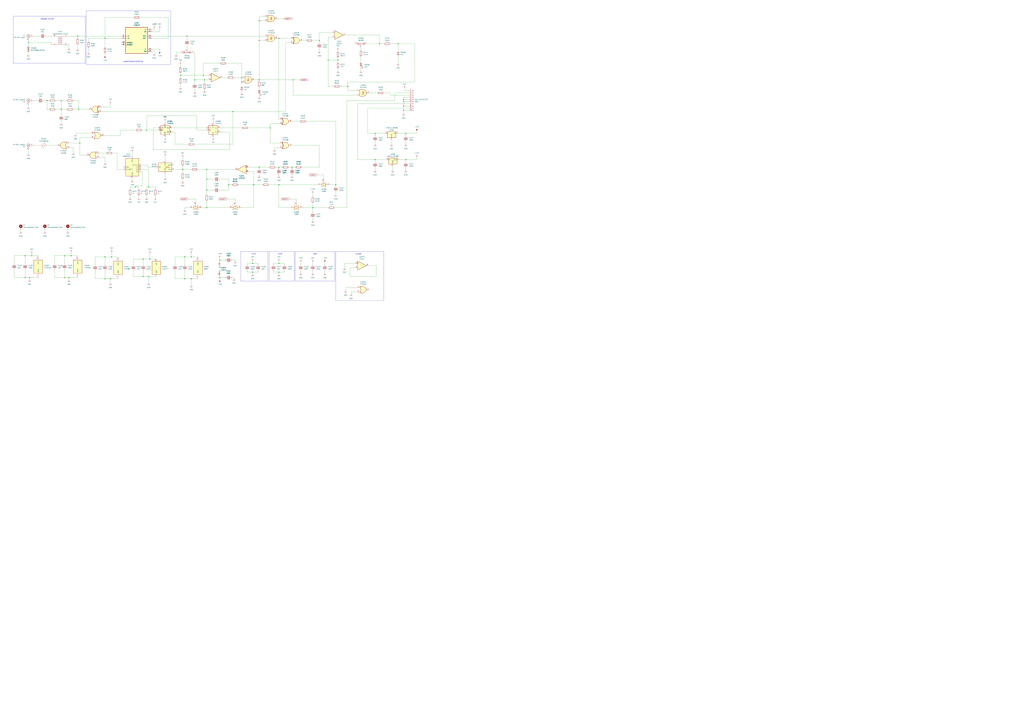
<source format=kicad_sch>
(kicad_sch (version 20231120) (generator "eeschema") (generator_version "8.0")
  (paper "A0")
  (junction (at 54.61 116.84))
  (junction (at 157.48 217.17))
  (junction (at 435.61 154.94))
  (junction (at 313.69 148.59))
  (junction (at 71.12 127))
  (junction (at 33.02 49.53))
  (junction (at 36.83 297.18))
  (junction (at 323.85 306.07))
  (junction (at 293.37 306.07))
  (junction (at 323.85 214.63))
  (junction (at 403.86 100.33))
  (junction (at 222.25 323.85))
  (junction (at 226.06 92.71))
  (junction (at 468.63 118.11))
  (junction (at 340.36 92.71))
  (junction (at 323.85 316.23))
  (junction (at 462.28 50.8))
  (junction (at 80.01 322.58))
  (junction (at 300.99 194.31))
  (junction (at 166.37 300.99))
  (junction (at 323.85 194.31))
  (junction (at 323.85 44.45))
  (junction (at 71.12 116.84))
  (junction (at 173.99 300.99))
  (junction (at 339.09 194.31))
  (junction (at 280.67 90.17))
  (junction (at 471.17 154.94))
  (junction (at 237.49 92.71))
  (junction (at 92.71 166.37))
  (junction (at 129.54 298.45))
  (junction (at 217.17 41.91))
  (junction (at 381 69.85))
  (junction (at 121.92 323.85))
  (junction (at 74.93 297.18))
  (junction (at 300.99 46.99))
  (junction (at 468.63 115.57))
  (junction (at 440.69 50.8))
  (junction (at 212.09 196.85))
  (junction (at 293.37 316.23))
  (junction (at 172.72 321.31))
  (junction (at 121.92 298.45))
  (junction (at 468.63 123.19))
  (junction (at 392.43 69.85))
  (junction (at 240.03 208.28))
  (junction (at 270.51 129.54))
  (junction (at 34.29 322.58))
  (junction (at 280.67 95.25))
  (junction (at 214.63 323.85))
  (junction (at 240.03 241.3))
  (junction (at 300.99 92.71))
  (junction (at 29.21 322.58))
  (junction (at 90.17 41.91))
  (junction (at 255.27 322.58))
  (junction (at 74.93 322.58))
  (junction (at 471.17 185.42))
  (junction (at 121.92 44.45))
  (junction (at 255.27 302.26))
  (junction (at 128.27 323.85))
  (junction (at 82.55 297.18))
  (junction (at 265.43 214.63))
  (junction (at 240.03 220.98))
  (junction (at 236.22 87.63))
  (junction (at 166.37 321.31))
  (junction (at 240.03 196.85))
  (junction (at 363.22 241.3))
  (junction (at 91.44 127))
  (junction (at 389.89 214.63))
  (junction (at 29.21 297.18))
  (junction (at 370.84 46.99))
  (junction (at 222.25 298.45))
  (junction (at 300.99 24.13))
  (junction (at 170.18 151.13))
  (junction (at 294.64 214.63))
  (junction (at 209.55 87.63))
  (junction (at 435.61 185.42))
  (junction (at 172.72 217.17))
  (junction (at 468.63 128.27))
  (junction (at 214.63 298.45))
  (wire (pts (xy 110.49 323.85) (xy 121.92 323.85)))
  (wire (pts (xy 300.99 110.49) (xy 300.99 113.03)))
  (wire (pts (xy 71.12 127) (xy 77.47 127)))
  (wire (pts (xy 313.69 143.51) (xy 313.69 148.59)))
  (wire (pts (xy 271.78 90.17) (xy 280.67 90.17)))
  (wire (pts (xy 153.67 176.53) (xy 153.67 181.61)))
  (wire (pts (xy 363.22 236.22) (xy 363.22 241.3)))
  (wire (pts (xy 287.02 316.23) (xy 293.37 316.23)))
  (wire (pts (xy 177.8 148.59) (xy 177.8 173.99)))
  (wire (pts (xy 102.87 44.45) (xy 102.87 48.26)))
  (wire (pts (xy 323.85 241.3) (xy 336.55 241.3)))
  (polyline (pts (xy 342.9 292.1) (xy 388.62 292.1)))
  (wire (pts (xy 349.25 314.96) (xy 349.25 317.5)))
  (wire (pts (xy 271.78 322.58) (xy 271.78 323.85)))
  (wire (pts (xy 287.02 307.34) (xy 287.02 306.07)))
  (wire (pts (xy 209.55 87.63) (xy 209.55 90.17)))
  (wire (pts (xy 363.22 314.96) (xy 363.22 317.5)))
  (wire (pts (xy 227.33 231.14) (xy 227.33 233.68)))
  (wire (pts (xy 201.93 196.85) (xy 212.09 196.85)))
  (wire (pts (xy 294.64 214.63) (xy 304.8 214.63)))
  (wire (pts (xy 458.47 107.95) (xy 458.47 116.84)))
  (wire (pts (xy 236.22 73.66) (xy 236.22 87.63)))
  (wire (pts (xy 139.7 157.48) (xy 139.7 151.13)))
  (wire (pts (xy 340.36 92.71) (xy 349.25 92.71)))
  (wire (pts (xy 402.59 116.84) (xy 402.59 241.3)))
  (wire (pts (xy 85.09 116.84) (xy 91.44 116.84)))
  (wire (pts (xy 401.32 334.01) (xy 401.32 337.82)))
  (wire (pts (xy 288.29 199.39) (xy 294.64 199.39)))
  (wire (pts (xy 471.17 154.94) (xy 471.17 157.48)))
  (polyline (pts (xy 100.33 74.93) (xy 198.12 74.93)))
  (wire (pts (xy 265.43 220.98) (xy 265.43 214.63)))
  (wire (pts (xy 36.83 294.64) (xy 36.83 297.18)))
  (wire (pts (xy 255.27 302.26) (xy 255.27 304.8)))
  (wire (pts (xy 176.53 34.29) (xy 179.07 34.29)))
  (wire (pts (xy 426.72 154.94) (xy 435.61 154.94)))
  (wire (pts (xy 323.85 143.51) (xy 313.69 143.51)))
  (wire (pts (xy 50.8 116.84) (xy 54.61 116.84)))
  (wire (pts (xy 370.84 46.99) (xy 370.84 38.1)))
  (wire (pts (xy 185.42 57.15) (xy 185.42 59.69)))
  (polyline (pts (xy 279.4 292.1) (xy 311.15 292.1)))
  (wire (pts (xy 191.77 201.93) (xy 191.77 207.01)))
  (wire (pts (xy 247.65 139.7) (xy 247.65 143.51)))
  (wire (pts (xy 74.93 306.07) (xy 74.93 297.18)))
  (wire (pts (xy 100.33 180.34) (xy 92.71 180.34)))
  (wire (pts (xy 381 69.85) (xy 381 100.33)))
  (wire (pts (xy 387.35 100.33) (xy 381 100.33)))
  (wire (pts (xy 255.27 148.59) (xy 280.67 148.59)))
  (wire (pts (xy 377.19 314.96) (xy 377.19 317.5)))
  (wire (pts (xy 436.88 321.31) (xy 436.88 308.61)))
  (polyline (pts (xy 279.4 326.39) (xy 311.15 326.39)))
  (wire (pts (xy 214.63 314.96) (xy 214.63 323.85)))
  (wire (pts (xy 255.27 322.58) (xy 255.27 325.12)))
  (wire (pts (xy 474.98 105.41) (xy 469.9 105.41)))
  (wire (pts (xy 471.17 185.42) (xy 471.17 187.96)))
  (wire (pts (xy 375.92 203.2) (xy 375.92 207.01)))
  (wire (pts (xy 115.57 182.88) (xy 121.92 182.88)))
  (wire (pts (xy 199.39 148.59) (xy 240.03 148.59)))
  (wire (pts (xy 209.55 74.93) (xy 209.55 77.47)))
  (wire (pts (xy 82.55 297.18) (xy 90.17 297.18)))
  (wire (pts (xy 212.09 208.28) (xy 212.09 210.82)))
  (wire (pts (xy 394.97 100.33) (xy 403.86 100.33)))
  (wire (pts (xy 33.02 121.92) (xy 33.02 124.46)))
  (wire (pts (xy 273.05 303.53) (xy 273.05 302.26)))
  (wire (pts (xy 226.06 92.71) (xy 226.06 96.52)))
  (wire (pts (xy 414.02 339.09) (xy 407.67 339.09)))
  (wire (pts (xy 323.85 194.31) (xy 327.66 194.31)))
  (polyline (pts (xy 100.33 12.7) (xy 100.33 74.93)))
  (wire (pts (xy 255.27 220.98) (xy 265.43 220.98)))
  (wire (pts (xy 255.27 322.58) (xy 261.62 322.58)))
  (polyline (pts (xy 311.15 292.1) (xy 311.15 326.39)))
  (polyline (pts (xy 99.06 73.66) (xy 99.06 19.05)))
  (wire (pts (xy 403.86 100.33) (xy 403.86 95.25)))
  (wire (pts (xy 179.07 33.02) (xy 179.07 34.29)))
  (wire (pts (xy 16.51 297.18) (xy 29.21 297.18)))
  (wire (pts (xy 228.6 151.13) (xy 228.6 134.62)))
  (polyline (pts (xy 342.9 326.39) (xy 388.62 326.39)))
  (wire (pts (xy 323.85 194.31) (xy 323.85 195.58)))
  (wire (pts (xy 195.58 20.32) (xy 195.58 44.45)))
  (wire (pts (xy 383.54 214.63) (xy 389.89 214.63)))
  (wire (pts (xy 135.89 196.85) (xy 143.51 196.85)))
  (wire (pts (xy 323.85 44.45) (xy 336.55 44.45)))
  (wire (pts (xy 240.03 151.13) (xy 228.6 151.13)))
  (wire (pts (xy 80.01 322.58) (xy 90.17 322.58)))
  (wire (pts (xy 300.99 24.13) (xy 300.99 46.99)))
  (wire (pts (xy 330.2 316.23) (xy 323.85 316.23)))
  (wire (pts (xy 403.86 95.25) (xy 481.33 95.25)))
  (wire (pts (xy 129.54 293.37) (xy 129.54 298.45)))
  (wire (pts (xy 161.29 227.33) (xy 161.29 229.87)))
  (wire (pts (xy 157.48 217.17) (xy 151.13 217.17)))
  (wire (pts (xy 180.34 227.33) (xy 180.34 229.87)))
  (wire (pts (xy 166.37 300.99) (xy 166.37 307.34)))
  (wire (pts (xy 344.17 231.14) (xy 336.55 231.14)))
  (wire (pts (xy 300.99 194.31) (xy 300.99 195.58)))
  (wire (pts (xy 128.27 323.85) (xy 121.92 323.85)))
  (wire (pts (xy 407.67 339.09) (xy 407.67 341.63)))
  (wire (pts (xy 33.02 60.96) (xy 33.02 63.5)))
  (wire (pts (xy 91.44 127) (xy 85.09 127)))
  (wire (pts (xy 287.02 306.07) (xy 293.37 306.07)))
  (wire (pts (xy 64.77 127) (xy 71.12 127)))
  (wire (pts (xy 209.55 85.09) (xy 209.55 87.63)))
  (wire (pts (xy 370.84 57.15) (xy 370.84 59.69)))
  (wire (pts (xy 299.72 316.23) (xy 293.37 316.23)))
  (wire (pts (xy 185.42 36.83) (xy 185.42 33.02)))
  (wire (pts (xy 381 69.85) (xy 392.43 69.85)))
  (wire (pts (xy 471.17 185.42) (xy 483.87 185.42)))
  (wire (pts (xy 121.92 298.45) (xy 129.54 298.45)))
  (wire (pts (xy 270.51 129.54) (xy 270.51 167.64)))
  (wire (pts (xy 412.75 306.07) (xy 400.05 306.07)))
  (wire (pts (xy 300.99 24.13) (xy 307.34 24.13)))
  (wire (pts (xy 280.67 106.68) (xy 280.67 107.95)))
  (wire (pts (xy 71.12 116.84) (xy 71.12 127)))
  (wire (pts (xy 280.67 90.17) (xy 280.67 73.66)))
  (wire (pts (xy 462.28 154.94) (xy 471.17 154.94)))
  (wire (pts (xy 294.64 214.63) (xy 294.64 241.3)))
  (wire (pts (xy 363.22 241.3) (xy 363.22 246.38)))
  (wire (pts (xy 219.71 241.3) (xy 214.63 241.3)))
  (wire (pts (xy 110.49 307.34) (xy 110.49 298.45)))
  (wire (pts (xy 163.83 196.85) (xy 172.72 196.85)))
  (wire (pts (xy 91.44 116.84) (xy 91.44 127)))
  (wire (pts (xy 300.99 19.05) (xy 300.99 24.13)))
  (wire (pts (xy 381 43.18) (xy 381 69.85)))
  (wire (pts (xy 270.51 129.54) (xy 331.47 129.54)))
  (wire (pts (xy 54.61 116.84) (xy 57.15 116.84)))
  (wire (pts (xy 323.85 44.45) (xy 323.85 138.43)))
  (wire (pts (xy 392.43 80.01) (xy 392.43 82.55)))
  (wire (pts (xy 266.7 173.99) (xy 266.7 153.67)))
  (wire (pts (xy 240.03 208.28) (xy 247.65 208.28)))
  (wire (pts (xy 121.92 44.45) (xy 121.92 54.61)))
  (wire (pts (xy 63.5 297.18) (xy 74.93 297.18)))
  (wire (pts (xy 153.67 207.01) (xy 153.67 209.55)))
  (wire (pts (xy 351.79 241.3) (xy 363.22 241.3)))
  (wire (pts (xy 471.17 195.58) (xy 471.17 198.12)))
  (wire (pts (xy 300.99 101.6) (xy 300.99 102.87)))
  (wire (pts (xy 191.77 140.97) (xy 191.77 143.51)))
  (polyline (pts (xy 312.42 292.1) (xy 312.42 326.39)))
  (wire (pts (xy 300.99 203.2) (xy 300.99 204.47)))
  (wire (pts (xy 389.89 140.97) (xy 389.89 214.63)))
  (wire (pts (xy 468.63 118.11) (xy 468.63 123.19)))
  (wire (pts (xy 293.37 306.07) (xy 293.37 303.53)))
  (wire (pts (xy 139.7 151.13) (xy 157.48 151.13)))
  (wire (pts (xy 172.72 217.17) (xy 170.18 217.17)))
  (wire (pts (xy 255.27 320.04) (xy 255.27 322.58)))
  (wire (pts (xy 323.85 214.63) (xy 368.3 214.63)))
  (wire (pts (xy 273.05 196.85) (xy 240.03 196.85)))
  (wire (pts (xy 161.29 219.71) (xy 161.29 217.17)))
  (wire (pts (xy 33.02 46.99) (xy 33.02 49.53)))
  (wire (pts (xy 203.2 167.64) (xy 218.44 167.64)))
  (wire (pts (xy 165.1 151.13) (xy 170.18 151.13)))
  (wire (pts (xy 483.87 154.94) (xy 471.17 154.94)))
  (wire (pts (xy 63.5 306.07) (xy 63.5 297.18)))
  (wire (pts (xy 440.69 40.64) (xy 440.69 50.8)))
  (wire (pts (xy 435.61 185.42) (xy 448.31 185.42)))
  (wire (pts (xy 105.41 154.94) (xy 87.63 154.94)))
  (wire (pts (xy 257.81 90.17) (xy 264.16 90.17)))
  (wire (pts (xy 419.1 55.88) (xy 419.1 58.42)))
  (wire (pts (xy 468.63 118.11) (xy 474.98 118.11)))
  (wire (pts (xy 170.18 227.33) (xy 170.18 229.87)))
  (wire (pts (xy 71.12 116.84) (xy 77.47 116.84)))
  (wire (pts (xy 339.09 140.97) (xy 347.98 140.97)))
  (wire (pts (xy 218.44 231.14) (xy 227.33 231.14)))
  (wire (pts (xy 363.22 304.8) (xy 363.22 307.34)))
  (wire (pts (xy 170.18 217.17) (xy 170.18 219.71)))
  (wire (pts (xy 110.49 314.96) (xy 110.49 323.85)))
  (wire (pts (xy 214.63 241.3) (xy 214.63 243.84)))
  (wire (pts (xy 295.91 92.71) (xy 300.99 92.71)))
  (wire (pts (xy 115.57 177.8) (xy 123.19 177.8)))
  (wire (pts (xy 222.25 323.85) (xy 222.25 331.47)))
  (wire (pts (xy 80.01 52.07) (xy 80.01 55.88)))
  (wire (pts (xy 118.11 124.46) (xy 128.27 124.46)))
  (wire (pts (xy 162.56 20.32) (xy 195.58 20.32)))
  (wire (pts (xy 468.63 115.57) (xy 468.63 118.11)))
  (wire (pts (xy 322.58 21.59) (xy 330.2 21.59)))
  (wire (pts (xy 129.54 298.45) (xy 137.16 298.45)))
  (polyline (pts (xy 445.77 292.1) (xy 445.77 349.25)))
  (wire (pts (xy 483.87 152.4) (xy 483.87 154.94)))
  (wire (pts (xy 154.94 314.96) (xy 154.94 321.31)))
  (wire (pts (xy 203.2 153.67) (xy 203.2 167.64)))
  (wire (pts (xy 339.09 194.31) (xy 342.9 194.31)))
  (wire (pts (xy 468.63 115.57) (xy 474.98 115.57)))
  (wire (pts (xy 300.99 46.99) (xy 300.99 92.71)))
  (wire (pts (xy 16.51 313.69) (xy 16.51 322.58)))
  (wire (pts (xy 54.61 116.84) (xy 54.61 127)))
  (wire (pts (xy 29.21 306.07) (xy 29.21 297.18)))
  (wire (pts (xy 401.32 40.64) (xy 440.69 40.64)))
  (wire (pts (xy 29.21 313.69) (xy 29.21 322.58)))
  (wire (pts (xy 151.13 227.33) (xy 151.13 229.87)))
  (wire (pts (xy 209.55 87.63) (xy 236.22 87.63)))
  (wire (pts (xy 351.79 46.99) (xy 355.6 46.99)))
  (wire (pts (xy 180.34 219.71) (xy 180.34 217.17)))
  (wire (pts (xy 320.04 194.31) (xy 323.85 194.31)))
  (wire (pts (xy 240.03 220.98) (xy 240.03 226.06)))
  (wire (pts (xy 377.19 304.8) (xy 377.19 307.34)))
  (wire (pts (xy 335.28 194.31) (xy 339.09 194.31)))
  (wire (pts (xy 265.43 208.28) (xy 265.43 214.63)))
  (wire (pts (xy 74.93 297.18) (xy 82.55 297.18)))
  (wire (pts (xy 36.83 297.18) (xy 44.45 297.18)))
  (wire (pts (xy 299.72 314.96) (xy 299.72 316.23)))
  (wire (pts (xy 468.63 128.27) (xy 468.63 132.08)))
  (wire (pts (xy 392.43 69.85) (xy 392.43 72.39)))
  (wire (pts (xy 81.28 171.45) (xy 85.09 171.45)))
  (wire (pts (xy 370.84 194.31) (xy 370.84 168.91)))
  (wire (pts (xy 266.7 153.67) (xy 255.27 153.67)))
  (wire (pts (xy 214.63 298.45) (xy 214.63 307.34)))
  (wire (pts (xy 323.85 171.45) (xy 318.77 171.45)))
  (wire (pts (xy 177.8 173.99) (xy 266.7 173.99)))
  (polyline (pts (xy 312.42 326.39) (xy 341.63 326.39)))
  (wire (pts (xy 78.74 266.7) (xy 78.74 269.24)))
  (wire (pts (xy 90.17 41.91) (xy 90.17 44.45)))
  (wire (pts (xy 412.75 311.15) (xy 406.4 311.15)))
  (wire (pts (xy 435.61 185.42) (xy 435.61 187.96)))
  (wire (pts (xy 415.29 120.65) (xy 415.29 185.42)))
  (wire (pts (xy 468.63 113.03) (xy 468.63 115.57)))
  (wire (pts (xy 38.1 41.91) (xy 45.72 41.91)))
  (polyline (pts (xy 279.4 326.39) (xy 279.4 292.1)))
  (wire (pts (xy 135.89 177.8) (xy 135.89 196.85)))
  (wire (pts (xy 53.34 41.91) (xy 59.69 41.91)))
  (wire (pts (xy 440.69 50.8) (xy 445.77 50.8)))
  (wire (pts (xy 121.92 307.34) (xy 121.92 298.45)))
  (wire (pts (xy 173.99 300.99) (xy 166.37 300.99)))
  (wire (pts (xy 121.92 44.45) (xy 102.87 44.45)))
  (wire (pts (xy 435.61 154.94) (xy 435.61 157.48)))
  (polyline (pts (xy 389.89 292.1) (xy 389.89 349.25)))
  (wire (pts (xy 415.29 185.42) (xy 435.61 185.42)))
  (wire (pts (xy 340.36 92.71) (xy 340.36 110.49)))
  (wire (pts (xy 406.4 311.15) (xy 406.4 321.31)))
  (wire (pts (xy 184.15 148.59) (xy 177.8 148.59)))
  (wire (pts (xy 64.77 116.84) (xy 71.12 116.84)))
  (wire (pts (xy 370.84 46.99) (xy 370.84 49.53)))
  (polyline (pts (xy 99.06 19.05) (xy 15.24 19.05)))
  (wire (pts (xy 166.37 321.31) (xy 172.72 321.31)))
  (wire (pts (xy 273.05 233.68) (xy 273.05 231.14)))
  (wire (pts (xy 240.03 241.3) (xy 234.95 241.3)))
  (wire (pts (xy 355.6 140.97) (xy 389.89 140.97)))
  (wire (pts (xy 214.63 298.45) (xy 222.25 298.45)))
  (polyline (pts (xy 341.63 326.39) (xy 341.63 292.1)))
  (wire (pts (xy 102.87 55.88) (xy 102.87 60.96)))
  (wire (pts (xy 90.17 41.91) (xy 140.97 41.91)))
  (wire (pts (xy 172.72 321.31) (xy 181.61 321.31)))
  (wire (pts (xy 313.69 148.59) (xy 313.69 166.37)))
  (wire (pts (xy 280.67 90.17) (xy 280.67 95.25)))
  (wire (pts (xy 435.61 195.58) (xy 435.61 198.12)))
  (wire (pts (xy 176.53 41.91) (xy 217.17 41.91)))
  (wire (pts (xy 203.2 298.45) (xy 214.63 298.45)))
  (wire (pts (xy 453.39 110.49) (xy 474.98 110.49)))
  (wire (pts (xy 392.43 58.42) (xy 392.43 59.69)))
  (wire (pts (xy 82.55 293.37) (xy 82.55 297.18)))
  (wire (pts (xy 54.61 127) (xy 57.15 127)))
  (wire (pts (xy 209.55 97.79) (xy 209.55 101.6)))
  (polyline (pts (xy 100.33 12.7) (xy 198.12 12.7)))
  (wire (pts (xy 90.17 52.07) (xy 90.17 57.15)))
  (wire (pts (xy 463.55 185.42) (xy 471.17 185.42)))
  (wire (pts (xy 255.27 73.66) (xy 236.22 73.66)))
  (wire (pts (xy 217.17 53.34) (xy 217.17 55.88)))
  (wire (pts (xy 217.17 41.91) (xy 307.34 41.91)))
  (wire (pts (xy 322.58 44.45) (xy 323.85 44.45)))
  (wire (pts (xy 363.22 254) (xy 363.22 256.54)))
  (polyline (pts (xy 198.12 12.7) (xy 198.12 74.93)))
  (wire (pts (xy 171.45 194.31) (xy 181.61 194.31)))
  (wire (pts (xy 368.3 203.2) (xy 375.92 203.2)))
  (wire (pts (xy 330.2 307.34) (xy 330.2 306.07)))
  (wire (pts (xy 226.06 60.96) (xy 226.06 92.71)))
  (wire (pts (xy 92.71 180.34) (xy 92.71 166.37)))
  (wire (pts (xy 172.72 196.85) (xy 172.72 217.17)))
  (wire (pts (xy 63.5 313.69) (xy 63.5 322.58)))
  (wire (pts (xy 54.61 168.91) (xy 66.04 168.91)))
  (wire (pts (xy 91.44 127) (xy 102.87 127)))
  (wire (pts (xy 255.27 299.72) (xy 255.27 302.26)))
  (wire (pts (xy 481.33 50.8) (xy 462.28 50.8)))
  (wire (pts (xy 273.05 302.26) (xy 269.24 302.26)))
  (wire (pts (xy 474.98 120.65) (xy 415.29 120.65)))
  (polyline (pts (xy 388.62 326.39) (xy 388.62 292.1)))
  (wire (pts (xy 436.88 308.61) (xy 427.99 308.61)))
  (wire (pts (xy 469.9 105.41) (xy 469.9 102.87)))
  (wire (pts (xy 52.07 266.7) (xy 52.07 269.24)))
  (wire (pts (xy 161.29 217.17) (xy 157.48 217.17)))
  (polyline (pts (xy 15.24 73.66) (xy 99.06 73.66)))
  (wire (pts (xy 165.1 215.9) (xy 157.48 215.9)))
  (wire (pts (xy 204.47 63.5) (xy 204.47 60.96)))
  (wire (pts (xy 71.12 140.97) (xy 71.12 143.51)))
  (wire (pts (xy 173.99 294.64) (xy 173.99 300.99)))
  (wire (pts (xy 419.1 66.04) (xy 419.1 71.12)))
  (wire (pts (xy 74.93 322.58) (xy 80.01 322.58)))
  (wire (pts (xy 38.1 116.84) (xy 43.18 116.84)))
  (wire (pts (xy 323.85 306.07) (xy 317.5 306.07)))
  (wire (pts (xy 468.63 123.19) (xy 468.63 128.27)))
  (wire (pts (xy 203.2 314.96) (xy 203.2 323.85)))
  (wire (pts (xy 176.53 36.83) (xy 185.42 36.83)))
  (wire (pts (xy 317.5 314.96) (xy 317.5 316.23)))
  (wire (pts (xy 299.72 306.07) (xy 293.37 306.07)))
  (wire (pts (xy 181.61 300.99) (xy 173.99 300.99)))
  (wire (pts (xy 229.87 196.85) (xy 240.03 196.85)))
  (wire (pts (xy 370.84 168.91) (xy 339.09 168.91)))
  (wire (pts (xy 151.13 217.17) (xy 151.13 219.71)))
  (polyline (pts (xy 312.42 292.1) (xy 341.63 292.1)))
  (wire (pts (xy 344.17 233.68) (xy 344.17 231.14)))
  (wire (pts (xy 212.09 196.85) (xy 222.25 196.85)))
  (wire (pts (xy 481.33 95.25) (xy 481.33 50.8)))
  (wire (pts (xy 154.94 300.99) (xy 166.37 300.99)))
  (wire (pts (xy 172.72 321.31) (xy 172.72 328.93)))
  (wire (pts (xy 176.53 59.69) (xy 179.07 59.69)))
  (wire (pts (xy 294.64 199.39) (xy 294.64 214.63)))
  (wire (pts (xy 323.85 214.63) (xy 323.85 241.3)))
  (wire (pts (xy 176.53 57.15) (xy 185.42 57.15)))
  (wire (pts (xy 293.37 316.23) (xy 293.37 318.77)))
  (wire (pts (xy 191.77 181.61) (xy 191.77 186.69)))
  (wire (pts (xy 339.09 203.2) (xy 339.09 204.47)))
  (wire (pts (xy 121.92 62.23) (xy 121.92 64.77)))
  (wire (pts (xy 429.26 107.95) (xy 438.15 107.95)))
  (wire (pts (xy 331.47 129.54) (xy 331.47 49.53)))
  (wire (pts (xy 140.97 44.45) (xy 121.92 44.45)))
  (wire (pts (xy 323.85 303.53) (xy 323.85 306.07)))
  (wire (pts (xy 280.67 73.66) (xy 262.89 73.66)))
  (wire (pts (xy 74.93 313.69) (xy 74.93 322.58)))
  (wire (pts (xy 483.87 185.42) (xy 483.87 182.88)))
  (wire (pts (xy 426.72 125.73) (xy 426.72 154.94)))
  (wire (pts (xy 214.63 323.85) (xy 222.25 323.85)))
  (wire (pts (xy 363.22 46.99) (xy 370.84 46.99)))
  (wire (pts (xy 330.2 314.96) (xy 330.2 316.23)))
  (wire (pts (xy 87.63 154.94) (xy 87.63 156.21)))
  (wire (pts (xy 191.77 158.75) (xy 191.77 160.02)))
  (wire (pts (xy 16.51 322.58) (xy 29.21 322.58)))
  (wire (pts (xy 453.39 107.95) (xy 453.39 110.49)))
  (wire (pts (xy 474.98 123.19) (xy 468.63 123.19)))
  (wire (pts (xy 440.69 50.8) (xy 426.72 50.8)))
  (wire (pts (xy 121.92 182.88) (xy 121.92 189.23)))
  (wire (pts (xy 137.16 323.85) (xy 128.27 323.85)))
  (wire (pts (xy 63.5 322.58) (xy 74.93 322.58)))
  (wire (pts (xy 59.69 52.07) (xy 59.69 49.53)))
  (wire (pts (xy 199.39 153.67) (xy 203.2 153.67)))
  (wire (pts (xy 313.69 166.37) (xy 323.85 166.37)))
  (wire (pts (xy 154.94 20.32) (xy 121.92 20.32)))
  (wire (pts (xy 471.17 165.1) (xy 471.17 167.64)))
  (wire (pts (xy 34.29 322.58) (xy 34.29 325.12)))
  (wire (pts (xy 80.01 322.58) (xy 80.01 325.12)))
  (wire (pts (xy 392.43 69.85) (xy 392.43 67.31)))
  (wire (pts (xy 203.2 307.34) (xy 203.2 298.45)))
  (wire (pts (xy 33.02 173.99) (xy 33.02 179.07)))
  (wire (pts (xy 118.11 129.54) (xy 270.51 129.54)))
  (wire (pts (xy 265.43 214.63) (xy 269.24 214.63)))
  (wire (pts (xy 318.77 171.45) (xy 318.77 173.99)))
  (wire (pts (xy 386.08 43.18) (xy 381 43.18)))
  (wire (pts (xy 81.28 166.37) (xy 92.71 166.37)))
  (wire (pts (xy 212.09 193.04) (xy 212.09 196.85)))
  (wire (pts (xy 370.84 38.1) (xy 386.08 38.1)))
  (wire (pts (xy 135.89 177.8) (xy 130.81 177.8)))
  (wire (pts (xy 312.42 214.63) (xy 323.85 214.63)))
  (wire (pts (xy 120.65 157.48) (xy 139.7 157.48)))
  (wire (pts (xy 92.71 160.02) (xy 105.41 160.02)))
  (wire (pts (xy 92.71 166.37) (xy 92.71 160.02)))
  (wire (pts (xy 414.02 105.41) (xy 403.86 105.41)))
  (wire (pts (xy 317.5 316.23) (xy 323.85 316.23)))
  (wire (pts (xy 110.49 298.45) (xy 121.92 298.45)))
  (wire (pts (xy 288.29 194.31) (xy 300.99 194.31)))
  (wire (pts (xy 323.85 316.23) (xy 323.85 318.77)))
  (polyline (pts (xy 389.89 292.1) (xy 445.77 292.1)))
  (wire (pts (xy 154.94 307.34) (xy 154.94 300.99)))
  (wire (pts (xy 453.39 50.8) (xy 462.28 50.8)))
  (wire (pts (xy 29.21 322.58) (xy 34.29 322.58)))
  (wire (pts (xy 300.99 46.99) (xy 307.34 46.99)))
  (wire (pts (xy 458.47 116.84) (xy 402.59 116.84)))
  (wire (pts (xy 455.93 193.04) (xy 455.93 198.12)))
  (wire (pts (xy 323.85 203.2) (xy 323.85 204.47)))
  (wire (pts (xy 34.29 322.58) (xy 44.45 322.58)))
  (wire (pts (xy 163.83 191.77) (xy 171.45 191.77)))
  (wire (pts (xy 128.27 124.46) (xy 128.27 120.65)))
  (wire (pts (xy 280.67 95.25) (xy 280.67 99.06)))
  (wire (pts (xy 403.86 105.41) (xy 403.86 100.33)))
  (wire (pts (xy 349.25 304.8) (xy 349.25 307.34)))
  (wire (pts (xy 163.83 199.39) (xy 165.1 199.39)))
  (wire (pts (xy 157.48 215.9) (xy 157.48 217.17)))
  (wire (pts (xy 462.28 50.8) (xy 462.28 58.42)))
  (wire (pts (xy 212.09 182.88) (xy 212.09 185.42)))
  (wire (pts (xy 24.13 266.7) (xy 24.13 269.24)))
  (wire (pts (xy 273.05 231.14) (xy 264.16 231.14)))
  (wire (pts (xy 222.25 298.45) (xy 229.87 298.45)))
  (wire (pts (xy 59.69 49.53) (xy 33.02 49.53)))
  (wire (pts (xy 294.64 241.3) (xy 280.67 241.3)))
  (wire (pts (xy 237.49 92.71) (xy 242.57 92.71)))
  (wire (pts (xy 323.85 306.07) (xy 330.2 306.07)))
  (wire (pts (xy 85.09 171.45) (xy 85.09 177.8)))
  (wire (pts (xy 166.37 314.96) (xy 166.37 321.31)))
  (wire (pts (xy 237.49 104.14) (xy 237.49 105.41)))
  (polyline (pts (xy 15.24 19.05) (xy 15.24 73.66)))
  (polyline (pts (xy 342.9 292.1) (xy 342.9 326.39)))
  (wire (pts (xy 400.05 306.07) (xy 400.05 311.15)))
  (wire (pts (xy 269.24 322.58) (xy 271.78 322.58)))
  (wire (pts (xy 222.25 294.64) (xy 222.25 298.45)))
  (wire (pts (xy 204.47 60.96) (xy 209.55 60.96)))
  (wire (pts (xy 222.25 323.85) (xy 229.87 323.85)))
  (wire (pts (xy 228.6 134.62) (xy 170.18 134.62)))
  (wire (pts (xy 240.03 233.68) (xy 240.03 241.3)))
  (wire (pts (xy 340.36 110.49) (xy 414.02 110.49)))
  (wire (pts (xy 435.61 165.1) (xy 435.61 167.64)))
  (wire (pts (xy 339.09 194.31) (xy 339.09 195.58)))
  (wire (pts (xy 71.12 127) (xy 71.12 133.35)))
  (wire (pts (xy 217.17 41.91) (xy 217.17 45.72)))
  (wire (pts (xy 445.77 107.95) (xy 453.39 107.95)))
  (wire (pts (xy 288.29 148.59) (xy 313.69 148.59)))
  (wire (pts (xy 406.4 321.31) (xy 436.88 321.31)))
  (wire (pts (xy 165.1 199.39) (xy 165.1 215.9)))
  (wire (pts (xy 474.98 107.95) (xy 458.47 107.95)))
  (wire (pts (xy 414.02 334.01) (xy 401.32 334.01)))
  (wire (pts (xy 247.65 220.98) (xy 240.03 220.98)))
  (wire (pts (xy 299.72 307.34) (xy 299.72 306.07)))
  (wire (pts (xy 389.89 223.52) (xy 389.89 226.06)))
  (wire (pts (xy 435.61 154.94) (xy 447.04 154.94)))
  (wire (pts (xy 240.03 241.3) (xy 265.43 241.3)))
  (wire (pts (xy 389.89 214.63) (xy 389.89 215.9)))
  (wire (pts (xy 307.34 19.05) (xy 300.99 19.05)))
  (wire (pts (xy 331.47 49.53) (xy 336.55 49.53)))
  (wire (pts (xy 170.18 151.13) (xy 184.15 151.13)))
  (wire (pts (xy 226.06 104.14) (xy 226.06 106.68)))
  (wire (pts (xy 363.22 224.79) (xy 363.22 228.6)))
  (wire (pts (xy 474.98 125.73) (xy 426.72 125.73)))
  (wire (pts (xy 300.99 194.31) (xy 312.42 194.31)))
  (wire (pts (xy 474.98 128.27) (xy 468.63 128.27)))
  (wire (pts (xy 203.2 323.85) (xy 214.63 323.85)))
  (wire (pts (xy 287.02 314.96) (xy 287.02 316.23)))
  (wire (pts (xy 276.86 214.63) (xy 294.64 214.63)))
  (wire (pts (xy 240.03 196.85) (xy 240.03 208.28)))
  (wire (pts (xy 224.79 60.96) (xy 226.06 60.96)))
  (wire (pts (xy 317.5 306.07) (xy 317.5 307.34)))
  (wire (pts (xy 419.1 78.74) (xy 419.1 82.55)))
  (wire (pts (xy 121.92 323.85) (xy 121.92 314.96)))
  (wire (pts (xy 212.09 196.85) (xy 212.09 200.66)))
  (wire (pts (xy 237.49 92.71) (xy 237.49 96.52)))
  (wire (pts (xy 170.18 134.62) (xy 170.18 151.13)))
  (wire (pts (xy 402.59 241.3) (xy 388.62 241.3)))
  (wire (pts (xy 121.92 20.32) (xy 121.92 44.45)))
  (wire (pts (xy 16.51 306.07) (xy 16.51 297.18)))
  (wire (pts (xy 255.27 208.28) (xy 265.43 208.28)))
  (wire (pts (xy 300.99 92.71) (xy 300.99 93.98)))
  (wire (pts (xy 154.94 321.31) (xy 166.37 321.31)))
  (wire (pts (xy 350.52 194.31) (xy 370.84 194.31)))
  (wire (pts (xy 195.58 44.45) (xy 176.53 44.45)))
  (wire (pts (xy 255.27 302.26) (xy 261.62 302.26)))
  (wire (pts (xy 226.06 167.64) (xy 270.51 167.64)))
  (wire (pts (xy 240.03 220.98) (xy 240.03 208.28)))
  (wire (pts (xy 171.45 191.77) (xy 171.45 194.31)))
  (wire (pts (xy 363.22 241.3) (xy 381 241.3)))
  (wire (pts (xy 247.65 158.75) (xy 247.65 160.02)))
  (wire (pts (xy 462.28 66.04) (xy 462.28 73.66)))
  (wire (pts (xy 226.06 92.71) (xy 237.49 92.71)))
  (polyline (pts (xy 445.77 349.25) (xy 389.89 349.25)))
  (wire (pts (xy 300.99 92.71) (xy 340.36 92.71)))
  (wire (pts (xy 29.21 297.18) (xy 36.83 297.18)))
  (wire (pts (xy 80.01 41.91) (xy 90.17 41.91)))
  (wire (pts (xy 38.1 168.91) (xy 46.99 168.91)))
  (wire (pts (xy 179.07 59.69) (xy 179.07 62.23)))
  (wire (pts (xy 128.27 323.85) (xy 128.27 328.93)))
  (wire (pts (xy 33.02 49.53) (xy 33.02 53.34)))
  (wire (pts (xy 180.34 217.17) (xy 172.72 217.17)))
  (wire (pts (xy 454.66 162.56) (xy 454.66 167.64)))
  (wire (pts (xy 474.98 113.03) (xy 468.63 113.03)))
  (wire (pts (xy 236.22 87.63) (xy 242.57 87.63)))
  (text "U101" (at 363.22 295.91 0) (effects (font (size 1.27 1.27)) (justify left bottom)))
  (text "U112" (at 292.1 295.91 0) (effects (font (size 1.27 1.27)) (justify left bottom)))
  (text "isolation & ESD" (at 46.99 22.86 0) (effects (font (size 1.27 1.27)) (justify left bottom)))
  (text "amplification/buffering" (at 143.51 72.39 0) (effects (font (size 1.27 1.27)) (justify left bottom)))
  (text "unused" (at 412.75 295.91 0) (effects (font (size 1.27 1.27)) (justify left bottom)))
  (text "U110" (at 322.58 295.91 0) (effects (font (size 1.27 1.27)) (justify left bottom)))
  (global_label "SIGOFF*" (shape input) (at 264.16 231.14 180) (property "Intersheetrefs" "${INTERSHEET_REFS}" (effects (hide yes))))
  (global_label "SIGOFF*" (shape input) (at 336.55 231.14 180) (property "Intersheetrefs" "${INTERSHEET_REFS}" (effects (hide yes))))
  (global_label "SIGOFF*" (shape output) (at 330.2 21.59 0) (property "Intersheetrefs" "${INTERSHEET_REFS}" (effects (hide yes))))
  (global_label "SIGOFF" (shape input) (at 368.3 203.2 180) (property "Intersheetrefs" "${INTERSHEET_REFS}" (effects (hide yes))))
  (global_label "SIGOFF" (shape input) (at 218.44 231.14 180) (property "Intersheetrefs" "${INTERSHEET_REFS}" (effects (hide yes))))
  (global_label "SIGOFF" (shape output) (at 349.25 92.71 0) (property "Intersheetrefs" "${INTERSHEET_REFS}" (effects (hide yes))))
  (symbol (lib_id "Device:C") (at 435.61 161.29 0) (unit 1)
    (property "Reference" "C113" (at 439.42 160.02 0) (effects (justify left)))
    (property "Value" "100n" (at 439.42 162.56 0) (effects (justify left)))
    (property "Footprint" "Capacitor_SMD:C_0805_2012Metric" (effects (hide yes)))
  )
  (symbol (lib_id "Device:C") (at 121.92 311.15 0) (unit 1)
    (property "Reference" "C130" (at 125.73 309.88 0) (effects (justify left)))
    (property "Value" "100n" (at 125.73 312.42 0) (effects (justify left)))
    (property "Footprint" "Capacitor_SMD:C_0805_2012Metric" (effects (hide yes)))
  )
  (symbol (lib_id "Device:C") (at 251.46 220.98 90) (unit 1)
    (property "Reference" "C106" (at 251.46 213.36 90))
    (property "Value" "100n" (at 251.46 215.9 90))
    (property "Footprint" "Capacitor_SMD:C_0805_2012Metric" (effects (hide yes)))
  )
  (symbol (lib_id "Connector:Conn_Coaxial") (at 33.02 116.84 0) (mirror y) (unit 1)
    (property "Reference" "J2" (at 29.21 118.4032 0) (effects (justify left)))
    (property "Value" "10 MHz output" (at 29.21 115.8632 0) (effects (justify left)))
    (property "Footprint" "Connector_Coaxial:SMA_Amphenol_901-144_Vertical" (effects (hide yes)))
    (property "Datasheet" " ~" (effects (hide yes)))
  )
  (symbol (lib_id "Device:C") (at 300.99 199.39 180) (unit 1)
    (property "Reference" "C107" (at 304.8 198.12 0) (effects (justify right)))
    (property "Value" "100n" (at 304.8 200.66 0) (effects (justify right)))
    (property "Footprint" "Capacitor_SMD:C_0805_2012Metric" (effects (hide yes)))
  )
  (symbol (lib_id "Device:R") (at 60.96 127 90) (unit 1)
    (property "Reference" "R134" (at 60.96 120.65 90))
    (property "Value" "49.9" (at 60.96 123.19 90))
    (property "Footprint" "Resistor_SMD:R_0805_2012Metric" (effects (hide yes)))
  )
  (symbol (lib_id "power:GND") (at 87.63 156.21 0) (unit 1)
    (property "Reference" "#PWR048" (effects (hide yes)))
    (property "Value" "GND" (at 87.63 161.29 0))
  )
  (symbol (lib_id "power:-12V") (at 483.87 152.4 0) (unit 1)
    (property "Reference" "#PWR039" (effects (hide yes)))
    (property "Value" "-12V" (at 483.87 147.32 0))
  )
  (symbol (lib_id "Device:R") (at 180.34 223.52 180) (unit 1)
    (property "Reference" "R144" (at 182.88 222.25 0) (effects (justify right)))
    (property "Value" "0" (at 182.88 224.79 0) (effects (justify right)))
    (property "Footprint" "Resistor_SMD:R_0805_2012Metric" (effects (hide yes)))
  )
  (symbol (lib_id "power:GND") (at 323.85 204.47 0) (unit 1)
    (property "Reference" "#PWR062" (effects (hide yes)))
    (property "Value" "GND" (at 323.85 209.55 0))
  )
  (symbol (lib_id "power:GND") (at 191.77 207.01 0) (unit 1)
    (property "Reference" "#PWR052" (effects (hide yes)))
    (property "Value" "GND" (at 191.77 212.09 0))
  )
  (symbol (lib_id "Device:FerriteBead") (at 50.8 168.91 90) (unit 1)
    (property "Reference" "FB101" (at 50.7492 161.29 90))
    (property "Value" "FerriteBead" (at 50.7492 163.83 90))
    (property "Footprint" "Inductor_SMD:L_0805_2012Metric" (effects (hide yes)))
  )
  (symbol (lib_id "power:GND") (at 471.17 167.64 0) (unit 1)
    (property "Reference" "#PWR038" (effects (hide yes)))
    (property "Value" "GND" (at 471.17 172.72 0))
  )
  (symbol (lib_id "power:GND") (at 212.09 210.82 0) (unit 1)
    (property "Reference" "#PWR054" (effects (hide yes)))
    (property "Value" "GND" (at 212.09 215.9 0))
  )
  (symbol (lib_id "power:VCC") (at 191.77 160.02 180) (unit 1)
    (property "Reference" "#PWR04" (effects (hide yes)))
    (property "Value" "VCC" (at 191.77 165.1 0))
  )
  (symbol (lib_id "74xx:74HC74") (at 247.65 151.13 0) (unit 2)
    (property "Reference" "U105" (at 249.8441 140.97 0) (effects (justify left)))
    (property "Value" "74HC74" (at 249.8441 143.51 0) (effects (justify left)))
    (property "Footprint" "Package_SO:SOIC-14_3.9x8.7mm_P1.27mm" (effects (hide yes)))
    (property "Datasheet" "74xx/74hc_hct74.pdf" (effects (hide yes)))
  )
  (symbol (lib_id "Device:R") (at 391.16 100.33 90) (unit 1)
    (property "Reference" "R116" (at 391.16 93.98 90))
    (property "Value" "90.6K" (at 391.16 96.52 90))
    (property "Footprint" "Resistor_SMD:R_0805_2012Metric" (effects (hide yes)))
  )
  (symbol (lib_id "power:VCC") (at 185.42 33.02 0) (unit 1)
    (property "Reference" "#PWR014" (effects (hide yes)))
    (property "Value" "VCC" (at 185.42 27.94 0))
  )
  (symbol (lib_id "Mechanical:MountingHole_Pad") (at 24.13 264.16 0) (unit 1)
    (property "Reference" "H1" (at 26.67 261.62 0) (effects (justify left)))
    (property "Value" "MountingHole_Pad" (at 26.67 264.16 0) (effects (justify left)))
    (property "Footprint" "MountingHole:MountingHole_3.2mm_M3_DIN965_Pad_TopBottom" (effects (hide yes)))
  )
  (symbol (lib_id "4xxx:4066") (at 229.87 311.15 0) (unit 5)
    (property "Reference" "U106" (at 236.22 309.88 0) (effects (justify left)))
    (property "Value" "4066" (at 236.22 312.42 0) (effects (justify left)))
    (property "Footprint" "Package_SO:SOIC-14_3.9x8.7mm_P1.27mm" (effects (hide yes)))
    (property "Datasheet" "http://www.ti.com/lit/ds/symlink/cd4066b.pdf" (effects (hide yes)))
  )
  (symbol (lib_id "power:GND") (at 407.67 341.63 0) (unit 1)
    (property "Reference" "#PWR068" (effects (hide yes)))
    (property "Value" "GND" (at 407.67 346.71 0))
  )
  (symbol (lib_id "Oscillator:NB3N502") (at 153.67 194.31 0) (mirror y) (unit 1)
    (property "Reference" "U112" (at 151.4759 179.07 0) (effects (justify left)))
    (property "Value" "NB3N502" (at 151.4759 181.61 0) (effects (justify left)))
    (property "Footprint" "Package_SO:SOIC-8_3.9x4.9mm_P1.27mm" (effects (hide yes)))
    (property "Datasheet" "http://www.onsemi.com/pub/Collateral/NB3N502-D.PDF" (effects (hide yes)))
  )
  (symbol (lib_id "Mechanical:MountingHole_Pad") (at 78.74 264.16 0) (unit 1)
    (property "Reference" "H3" (at 81.28 261.62 0) (effects (justify left)))
    (property "Value" "MountingHole_Pad" (at 81.28 264.16 0) (effects (justify left)))
    (property "Footprint" "MountingHole:MountingHole_3.2mm_M3_DIN965_Pad_TopBottom" (effects (hide yes)))
  )
  (symbol (lib_id "power:GND") (at 392.43 82.55 0) (unit 1)
    (property "Reference" "#PWR031" (effects (hide yes)))
    (property "Value" "GND" (at 392.43 87.63 0))
  )
  (symbol (lib_id "Device:LED") (at 419.1 74.93 90) (unit 1)
    (property "Reference" "CR105" (at 422.91 75.2475 90) (effects (justify right)))
    (property "Value" "LED" (at 422.91 77.7875 90) (effects (justify right)))
    (property "Footprint" "LED_SMD:LED_0805_2012Metric" (effects (hide yes)))
  )
  (symbol (lib_id "power:GND") (at 85.09 177.8 0) (unit 1)
    (property "Reference" "#PWR049" (effects (hide yes)))
    (property "Value" "GND" (at 85.09 182.88 0))
  )
  (symbol (lib_id "74xx:74HC74") (at 181.61 311.15 0) (unit 3)
    (property "Reference" "U105" (at 187.96 309.88 0) (effects (justify left)))
    (property "Value" "74HC74" (at 187.96 312.42 0) (effects (justify left)))
    (property "Footprint" "Package_SO:SOIC-14_3.9x8.7mm_P1.27mm" (effects (hide yes)))
    (property "Datasheet" "74xx/74hc_hct74.pdf" (effects (hide yes)))
  )
  (symbol (lib_id "Device:R") (at 331.47 194.31 270) (unit 1)
    (property "Reference" "R125" (at 331.47 187.96 90))
    (property "Value" "31.6K" (at 331.47 190.5 90))
    (property "Footprint" "Resistor_SMD:R_0805_2012Metric" (effects (hide yes)))
  )
  (symbol (lib_id "Regulator_Linear:L78L12_SOT89") (at 455.93 185.42 0) (unit 1)
    (property "Reference" "U108" (at 455.93 179.07 0))
    (property "Value" "L78L12_SOT89" (at 455.93 181.61 0))
    (property "Footprint" "Package_TO_SOT_SMD:SOT-89-3" (effects (hide yes)))
    (property "Datasheet" "http://www.st.com/content/ccc/resource/technical/document/datasheet/15/55/e5/aa/23/5b/43/fd/CD00000446.pdf/files/CD00000446.pdf/jcr:content/translations/en.CD00000446.pdf" (effects (hide yes)))
  )
  (symbol (lib_id "LM361M:LM361M") (at 158.75 46.99 0) (unit 1)
    (property "Reference" "U101" (at 158.75 26.67 0))
    (property "Value" "LM361M" (at 158.75 29.21 0))
    (property "Footprint" "Package_SO:SOIC-14_3.9x8.7mm_P1.27mm" (effects (hide yes)))
  )
  (symbol (lib_id "power:VCC") (at 129.54 293.37 0) (unit 1)
    (property "Reference" "#PWR079" (effects (hide yes)))
    (property "Value" "VCC" (at 129.54 288.29 0))
  )
  (symbol (lib_id "Diode:BAS40-04") (at 419.1 53.34 0) (mirror y) (unit 1)
    (property "Reference" "CR104" (at 419.1 44.45 0))
    (property "Value" "BAV99" (at 419.1 46.99 0))
    (property "Footprint" "Package_TO_SOT_SMD:SOT-23" (effects (hide yes)))
    (property "Datasheet" "http://www.vishay.com/docs/85701/bas40v.pdf" (effects (hide yes)))
  )
  (symbol (lib_id "power:GND") (at 462.28 73.66 0) (unit 1)
    (property "Reference" "#PWR033" (effects (hide yes)))
    (property "Value" "GND" (at 462.28 78.74 0))
  )
  (symbol (lib_id "power:GND") (at 33.02 179.07 0) (unit 1)
    (property "Reference" "#PWR047" (effects (hide yes)))
    (property "Value" "GND" (at 33.02 184.15 0))
  )
  (symbol (lib_id "Device:C") (at 265.43 302.26 90) (unit 1)
    (property "Reference" "C133" (at 265.43 294.64 90))
    (property "Value" "100n" (at 265.43 297.18 90))
    (property "Footprint" "Capacitor_SMD:C_0805_2012Metric" (effects (hide yes)))
  )
  (symbol (lib_id "power:GND") (at 323.85 318.77 0) (unit 1)
    (property "Reference" "#PWR088" (effects (hide yes)))
    (property "Value" "GND" (at 323.85 323.85 0))
  )
  (symbol (lib_id "Device:R") (at 209.55 81.28 180) (unit 1)
    (property "Reference" "R105" (at 212.09 80.01 0) (effects (justify right)))
    (property "Value" "28.7K" (at 212.09 82.55 0) (effects (justify right)))
    (property "Footprint" "Resistor_SMD:R_0805_2012Metric" (effects (hide yes)))
  )
  (symbol (lib_id "Device:C") (at 226.06 100.33 0) (unit 1)
    (property "Reference" "C104" (at 229.87 99.06 0) (effects (justify left)))
    (property "Value" "100n" (at 229.87 101.6 0) (effects (justify left)))
    (property "Footprint" "Capacitor_SMD:C_0805_2012Metric" (effects (hide yes)))
  )
  (symbol (lib_id "Device:R") (at 90.17 48.26 0) (unit 1)
    (property "Reference" "R101" (at 92.71 46.99 0) (effects (justify left)))
    (property "Value" "49.9" (at 92.71 49.53 0) (effects (justify left)))
    (property "Footprint" "Resistor_SMD:R_0805_2012Metric" (effects (hide yes)))
  )
  (symbol (lib_id "Device:C") (at 217.17 49.53 0) (unit 1)
    (property "Reference" "C103" (at 220.98 48.26 0) (effects (justify left)))
    (property "Value" "10n" (at 220.98 50.8 0) (effects (justify left)))
    (property "Footprint" "Capacitor_SMD:C_0805_2012Metric" (effects (hide yes)))
  )
  (symbol (lib_id "Device:C") (at 287.02 311.15 0) (unit 1)
    (property "Reference" "C135" (at 290.83 309.88 0) (effects (justify left)))
    (property "Value" "100n" (at 290.83 312.42 0) (effects (justify left)))
    (property "Footprint" "Capacitor_SMD:C_0805_2012Metric" (effects (hide yes)))
  )
  (symbol (lib_id "power:+12V") (at 349.25 304.8 0) (unit 1)
    (property "Reference" "#PWR021" (effects (hide yes)))
    (property "Value" "+12V" (at 349.25 299.72 0))
  )
  (symbol (lib_id "Device:LED") (at 300.99 106.68 90) (unit 1)
    (property "Reference" "CR103" (at 304.8 106.9975 90) (effects (justify right)))
    (property "Value" "LED" (at 304.8 109.5375 90) (effects (justify right)))
    (property "Footprint" "LED_SMD:LED_0805_2012Metric" (effects (hide yes)))
  )
  (symbol (lib_id "Device:R") (at 240.03 229.87 180) (unit 1)
    (property "Reference" "R121" (at 242.57 228.6 0) (effects (justify right)))
    (property "Value" "562K" (at 242.57 231.14 0) (effects (justify right)))
    (property "Footprint" "Resistor_SMD:R_0805_2012Metric" (effects (hide yes)))
  )
  (symbol (lib_id "power:GND") (at 128.27 328.93 0) (unit 1)
    (property "Reference" "#PWR072" (effects (hide yes)))
    (property "Value" "GND" (at 128.27 334.01 0))
  )
  (symbol (lib_id "power:VCC") (at 247.65 160.02 180) (unit 1)
    (property "Reference" "#PWR05" (effects (hide yes)))
    (property "Value" "VCC" (at 247.65 165.1 0))
  )
  (symbol (lib_id "Regulator_Linear:L79L12_SOT89") (at 454.66 154.94 0) (mirror x) (unit 1)
    (property "Reference" "U109" (at 454.66 151.13 0))
    (property "Value" "L79L12_SOT89" (at 454.66 148.59 0))
    (property "Footprint" "Package_TO_SOT_SMD:SOT-89-3" (effects (hide yes)))
    (property "Datasheet" "http://www.farnell.com/datasheets/1827870.pdf" (effects (hide yes)))
  )
  (symbol (lib_id "Device:R") (at 212.09 189.23 180) (unit 1)
    (property "Reference" "R118" (at 214.63 187.96 0) (effects (justify right)))
    (property "Value" "1.96K" (at 214.63 190.5 0) (effects (justify right)))
    (property "Footprint" "Resistor_SMD:R_0805_2012Metric" (effects (hide yes)))
  )
  (symbol (lib_id "74xx:74HC86") (at 331.47 140.97 0) (unit 3)
    (property "Reference" "U104" (at 331.1652 132.08 0))
    (property "Value" "74HC86" (at 331.1652 134.62 0))
    (property "Footprint" "Package_SO:SOIC-14_3.9x8.7mm_P1.27mm" (effects (hide yes)))
    (property "Datasheet" "http://www.ti.com/lit/gpn/sn74HC86" (effects (hide yes)))
  )
  (symbol (lib_id "power:GND") (at 389.89 226.06 0) (unit 1)
    (property "Reference" "#PWR066" (effects (hide yes)))
    (property "Value" "GND" (at 389.89 231.14 0))
  )
  (symbol (lib_id "power:GND") (at 24.13 269.24 0) (unit 1)
    (property "Reference" "#PWR01" (effects (hide yes)))
    (property "Value" "GND" (at 24.13 274.32 0))
  )
  (symbol (lib_id "74xx:74LS132") (at 44.45 309.88 0) (unit 5)
    (property "Reference" "U102" (at 50.8 308.61 0) (effects (justify left)))
    (property "Value" "74LS132" (at 50.8 311.15 0) (effects (justify left)))
    (property "Footprint" "Package_SO:SOIC-14_3.9x8.7mm_P1.27mm" (effects (hide yes)))
    (property "Datasheet" "http://www.ti.com/lit/gpn/sn74LS132" (effects (hide yes)))
  )
  (symbol (lib_id "Device:R") (at 170.18 223.52 180) (unit 1)
    (property "Reference" "R143" (at 172.72 222.25 0) (effects (justify right)))
    (property "Value" "0" (at 172.72 224.79 0) (effects (justify right)))
    (property "Footprint" "Resistor_SMD:R_0805_2012Metric" (effects (hide yes)))
  )
  (symbol (lib_id "power:+12V") (at 255.27 299.72 0) (unit 1)
    (property "Reference" "#PWR082" (effects (hide yes)))
    (property "Value" "+12V" (at 255.27 294.64 0))
  )
  (symbol (lib_id "74xx:74HC02") (at 90.17 309.88 0) (unit 5)
    (property "Reference" "U103" (at 97.79 308.61 0) (effects (justify left)))
    (property "Value" "74HC02" (at 97.79 311.15 0) (effects (justify left)))
    (property "Footprint" "Package_SO:SOIC-14_3.9x8.7mm_P1.27mm" (effects (hide yes)))
    (property "Datasheet" "http://www.ti.com/lit/gpn/sn74hc02" (effects (hide yes)))
  )
  (symbol (lib_id "Device:R") (at 81.28 127 90) (unit 1)
    (property "Reference" "R117" (at 81.28 120.65 90))
    (property "Value" "49.9" (at 81.28 123.19 90))
    (property "Footprint" "Resistor_SMD:R_0805_2012Metric" (effects (hide yes)))
  )
  (symbol (lib_id "Device:R") (at 384.81 241.3 270) (unit 1)
    (property "Reference" "R127" (at 384.81 234.95 90))
    (property "Value" "11K" (at 384.81 237.49 90))
    (property "Footprint" "Resistor_SMD:R_0805_2012Metric" (effects (hide yes)))
  )
  (symbol (lib_id "power:GND") (at 80.01 55.88 0) (unit 1)
    (property "Reference" "#PWR08" (effects (hide yes)))
    (property "Value" "GND" (at 80.01 60.96 0))
  )
  (symbol (lib_id "Diode:1N62xxA") (at 462.28 62.23 270) (unit 1)
    (property "Reference" "CR106" (at 464.82 60.96 90) (effects (justify left)))
    (property "Value" "4V7" (at 464.82 63.5 90) (effects (justify left)))
    (property "Footprint" "Diode_SMD:D_MiniMELF" (effects (hide yes)))
    (property "Datasheet" "https://www.vishay.com/docs/88301/15ke.pdf" (effects (hide yes)))
  )
  (symbol (lib_id "4xxx:4066") (at 344.17 241.3 0) (unit 2)
    (property "Reference" "U106" (at 344.17 246.38 0))
    (property "Value" "4066" (at 344.17 248.92 0))
    (property "Footprint" "Package_SO:SOIC-14_3.9x8.7mm_P1.27mm" (effects (hide yes)))
    (property "Datasheet" "http://www.ti.com/lit/ds/symlink/cd4066b.pdf" (effects (hide yes)))
  )
  (symbol (lib_id "power:GND") (at 293.37 318.77 0) (unit 1)
    (property "Reference" "#PWR089" (effects (hide yes)))
    (property "Value" "GND" (at 293.37 323.85 0))
  )
  (symbol (lib_id "Device:C") (at 330.2 311.15 0) (unit 1)
    (property "Reference" "C136" (at 334.01 309.88 0) (effects (justify left)))
    (property "Value" "100n" (at 334.01 312.42 0) (effects (justify left)))
    (property "Footprint" "Capacitor_SMD:C_0805_2012Metric" (effects (hide yes)))
  )
  (symbol (lib_id "Device:R") (at 267.97 90.17 270) (unit 1)
    (property "Reference" "R109" (at 267.97 83.82 90))
    (property "Value" "4.64K" (at 267.97 86.36 90))
    (property "Footprint" "Resistor_SMD:R_0805_2012Metric" (effects (hide yes)))
  )
  (symbol (lib_id "74xx:74HC74") (at 191.77 151.13 0) (unit 1)
    (property "Reference" "U105" (at 193.9641 140.97 0) (effects (justify left)))
    (property "Value" "74HC74" (at 193.9641 143.51 0) (effects (justify left)))
    (property "Footprint" "Package_SO:SOIC-14_3.9x8.7mm_P1.27mm" (effects (hide yes)))
    (property "Datasheet" "74xx/74hc_hct74.pdf" (effects (hide yes)))
  )
  (symbol (lib_id "Device:C") (at 363.22 311.15 0) (unit 1)
    (property "Reference" "C119" (at 367.03 309.88 0) (effects (justify left)))
    (property "Value" "100n" (at 367.03 312.42 0) (effects (justify left)))
    (property "Footprint" "Capacitor_SMD:C_0805_2012Metric" (effects (hide yes)))
  )
  (symbol (lib_id "Device:R") (at 308.61 214.63 270) (unit 1)
    (property "Reference" "R123" (at 308.61 208.28 90))
    (property "Value" "100K" (at 308.61 210.82 90))
    (property "Footprint" "Resistor_SMD:R_0805_2012Metric" (effects (hide yes)))
  )
  (symbol (lib_id "Diode:1N62xxA") (at 280.67 102.87 270) (unit 1)
    (property "Reference" "CR102" (at 283.21 101.6 90) (effects (justify left)))
    (property "Value" "4V7" (at 283.21 104.14 90) (effects (justify left)))
    (property "Footprint" "Diode_SMD:D_MiniMELF" (effects (hide yes)))
    (property "Datasheet" "https://www.vishay.com/docs/88301/15ke.pdf" (effects (hide yes)))
  )
  (symbol (lib_id "Device:C") (at 377.19 311.15 0) (unit 1)
    (property "Reference" "C120" (at 381 309.88 0) (effects (justify left)))
    (property "Value" "100n" (at 381 312.42 0) (effects (justify left)))
    (property "Footprint" "Capacitor_SMD:C_0805_2012Metric" (effects (hide yes)))
  )
  (symbol (lib_id "Device:R") (at 212.09 204.47 180) (unit 1)
    (property "Reference" "R119" (at 214.63 203.2 0) (effects (justify right)))
    (property "Value" "3.16K" (at 214.63 205.74 0) (effects (justify right)))
    (property "Footprint" "Resistor_SMD:R_0805_2012Metric" (effects (hide yes)))
  )
  (symbol (lib_id "Device:C") (at 203.2 311.15 0) (unit 1)
    (property "Reference" "C125" (at 207.01 309.88 0) (effects (justify left)))
    (property "Value" "10n" (at 207.01 312.42 0) (effects (justify left)))
    (property "Footprint" "Capacitor_SMD:C_0805_2012Metric" (effects (hide yes)))
  )
  (symbol (lib_id "Device:R") (at 127 177.8 90) (unit 1)
    (property "Reference" "R136" (at 127 171.45 90))
    (property "Value" "100" (at 127 173.99 90))
    (property "Footprint" "Resistor_SMD:R_0805_2012Metric" (effects (hide yes)))
  )
  (symbol (lib_id "Device:R") (at 284.48 148.59 90) (unit 1)
    (property "Reference" "R138" (at 284.48 142.24 90))
    (property "Value" "100" (at 284.48 144.78 90))
    (property "Footprint" "Resistor_SMD:R_0805_2012Metric" (effects (hide yes)))
  )
  (symbol (lib_id "power:GND") (at 33.02 63.5 0) (unit 1)
    (property "Reference" "#PWR07" (effects (hide yes)))
    (property "Value" "GND" (at 33.02 68.58 0))
  )
  (symbol (lib_id "74xx:74HC86") (at 331.47 168.91 0) (unit 1)
    (property "Reference" "U104" (at 331.1652 160.02 0))
    (property "Value" "74HC86" (at 331.1652 162.56 0))
    (property "Footprint" "Package_SO:SOIC-14_3.9x8.7mm_P1.27mm" (effects (hide yes)))
    (property "Datasheet" "http://www.ti.com/lit/gpn/sn74HC86" (effects (hide yes)))
  )
  (symbol (lib_id "power:GND") (at 71.12 143.51 0) (unit 1)
    (property "Reference" "#PWR045" (effects (hide yes)))
    (property "Value" "GND" (at 71.12 148.59 0))
  )
  (symbol (lib_id "4xxx:4066") (at 273.05 241.3 0) (unit 3)
    (property "Reference" "U106" (at 273.05 246.38 0))
    (property "Value" "4066" (at 273.05 248.92 0))
    (property "Footprint" "Package_SO:SOIC-14_3.9x8.7mm_P1.27mm" (effects (hide yes)))
    (property "Datasheet" "http://www.ti.com/lit/ds/symlink/cd4066b.pdf" (effects (hide yes)))
  )
  (symbol (lib_id "Device:C") (at 71.12 137.16 180) (unit 1)
    (property "Reference" "C102" (at 74.93 135.89 0) (effects (justify right)))
    (property "Value" "68p" (at 74.93 138.43 0) (effects (justify right)))
    (property "Footprint" "Capacitor_SMD:C_0805_2012Metric" (effects (hide yes)))
  )
  (symbol (lib_id "power:GND") (at 78.74 269.24 0) (unit 1)
    (property "Reference" "#PWR03" (effects (hide yes)))
    (property "Value" "GND" (at 78.74 274.32 0))
  )
  (symbol (lib_id "74xx:74LS132") (at 288.29 92.71 0) (unit 2)
    (property "Reference" "U102" (at 288.2817 83.82 0))
    (property "Value" "74LS132" (at 288.2817 86.36 0))
    (property "Footprint" "Package_SO:SOIC-14_3.9x8.7mm_P1.27mm" (effects (hide yes)))
    (property "Datasheet" "http://www.ti.com/lit/gpn/sn74LS132" (effects (hide yes)))
  )
  (symbol (lib_id "power:GND") (at 33.02 124.46 0) (unit 1)
    (property "Reference" "#PWR044" (effects (hide yes)))
    (property "Value" "GND" (at 33.02 129.54 0))
  )
  (symbol (lib_id "Device:C") (at 29.21 309.88 0) (unit 1)
    (property "Reference" "C128" (at 33.02 308.61 0) (effects (justify left)))
    (property "Value" "100n" (at 33.02 311.15 0) (effects (justify left)))
    (property "Footprint" "Capacitor_SMD:C_0805_2012Metric" (effects (hide yes)))
  )
  (symbol (lib_id "power:GND") (at 179.07 62.23 0) (unit 1)
    (property "Reference" "#PWR011" (effects (hide yes)))
    (property "Value" "GND" (at 179.07 67.31 0))
  )
  (symbol (lib_id "Device:R") (at 237.49 100.33 180) (unit 1)
    (property "Reference" "R107" (at 240.03 99.06 0) (effects (justify right)))
    (property "Value" "100K" (at 240.03 101.6 0) (effects (justify right)))
    (property "Footprint" "Resistor_SMD:R_0805_2012Metric" (effects (hide yes)))
  )
  (symbol (lib_id "74xx:74HC86") (at 344.17 46.99 0) (unit 2)
    (property "Reference" "U104" (at 343.8652 38.1 0))
    (property "Value" "74HC86" (at 343.8652 40.64 0))
    (property "Footprint" "Package_SO:SOIC-14_3.9x8.7mm_P1.27mm" (effects (hide yes)))
    (property "Datasheet" "http://www.ti.com/lit/gpn/sn74HC86" (effects (hide yes)))
  )
  (symbol (lib_id "power:GND") (at 471.17 198.12 0) (unit 1)
    (property "Reference" "#PWR043" (effects (hide yes)))
    (property "Value" "GND" (at 471.17 203.2 0))
  )
  (symbol (lib_id "power:VCC") (at 191.77 140.97 0) (unit 1)
    (property "Reference" "#PWR055" (effects (hide yes)))
    (property "Value" "VCC" (at 191.77 135.89 0))
  )
  (symbol (lib_id "power:VCC") (at 191.77 181.61 0) (unit 1)
    (property "Reference" "#PWR051" (effects (hide yes)))
    (property "Value" "VCC" (at 191.77 176.53 0))
  )
  (symbol (lib_id "Device:C") (at 251.46 208.28 90) (unit 1)
    (property "Reference" "C105" (at 251.46 200.66 90))
    (property "Value" "100n" (at 251.46 203.2 90))
    (property "Footprint" "Capacitor_SMD:C_0805_2012Metric" (effects (hide yes)))
  )
  (symbol (lib_id "Device:R") (at 392.43 76.2 0) (unit 1)
    (property "Reference" "R113" (at 394.97 74.93 0) (effects (justify left)))
    (property "Value" "11K" (at 394.97 77.47 0) (effects (justify left)))
    (property "Footprint" "Resistor_SMD:R_0805_2012Metric" (effects (hide yes)))
  )
  (symbol (lib_id "Device:C") (at 363.22 250.19 180) (unit 1)
    (property "Reference" "C127" (at 367.03 248.92 0) (effects (justify right)))
    (property "Value" "100n" (at 367.03 251.46 0) (effects (justify right)))
    (property "Footprint" "Capacitor_SMD:C_0805_2012Metric" (effects (hide yes)))
  )
  (symbol (lib_id "Device:R") (at 102.87 52.07 0) (unit 1)
    (property "Reference" "R102" (at 105.41 50.8 0) (effects (justify left)))
    (property "Value" "49.9" (at 105.41 53.34 0) (effects (justify left)))
    (property "Footprint" "Resistor_SMD:R_0805_2012Metric" (effects (hide yes)))
  )
  (symbol (lib_id "power:GND") (at 435.61 167.64 0) (unit 1)
    (property "Reference" "#PWR036" (effects (hide yes)))
    (property "Value" "GND" (at 435.61 172.72 0))
  )
  (symbol (lib_id "Amplifier_Operational:TL074") (at 420.37 308.61 0) (unit 3)
    (property "Reference" "U107" (at 420.37 298.45 0))
    (property "Value" "TL074" (at 420.37 300.99 0))
    (property "Footprint" "Package_SO:SOIC-14_3.9x8.7mm_P1.27mm" (effects (hide yes)))
    (property "Datasheet" "http://www.ti.com/lit/ds/symlink/tl071.pdf" (effects (hide yes)))
  )
  (symbol (lib_id "Device:C") (at 370.84 53.34 0) (unit 1)
    (property "Reference" "C123" (at 374.65 52.07 0) (effects (justify left)))
    (property "Value" "100n" (at 374.65 54.61 0) (effects (justify left)))
    (property "Footprint" "Capacitor_SMD:C_0805_2012Metric" (effects (hide yes)))
  )
  (symbol (lib_id "Amplifier_Operational:TL074") (at 393.7 40.64 0) (mirror x) (unit 1)
    (property "Reference" "U107" (at 393.7 50.8 0))
    (property "Value" "TL074" (at 393.7 48.26 0))
    (property "Footprint" "Package_SO:SOIC-14_3.9x8.7mm_P1.27mm" (effects (hide yes)))
    (property "Datasheet" "http://www.ti.com/lit/ds/symlink/tl071.pdf" (effects (hide yes)))
  )
  (symbol (lib_id "power:GND") (at 226.06 106.68 0) (unit 1)
    (property "Reference" "#PWR026" (effects (hide yes)))
    (property "Value" "GND" (at 226.06 111.76 0))
  )
  (symbol (lib_id "Device:C") (at 166.37 311.15 0) (unit 1)
    (property "Reference" "C131" (at 170.18 309.88 0) (effects (justify left)))
    (property "Value" "100n" (at 170.18 312.42 0) (effects (justify left)))
    (property "Footprint" "Capacitor_SMD:C_0805_2012Metric" (effects (hide yes)))
  )
  (symbol (lib_id "Device:R") (at 441.96 107.95 90) (unit 1)
    (property "Reference" "R139" (at 441.96 101.6 90))
    (property "Value" "49.9" (at 441.96 104.14 90))
    (property "Footprint" "Resistor_SMD:R_0805_2012Metric" (effects (hide yes)))
  )
  (symbol (lib_id "power:GND") (at 300.99 113.03 0) (unit 1)
    (property "Reference" "#PWR028" (effects (hide yes)))
    (property "Value" "GND" (at 300.99 118.11 0))
  )
  (symbol (lib_id "power:GND") (at 222.25 331.47 0) (unit 1)
    (property "Reference" "#PWR074" (effects (hide yes)))
    (property "Value" "GND" (at 222.25 336.55 0))
  )
  (symbol (lib_id "power:GND") (at 280.67 107.95 0) (unit 1)
    (property "Reference" "#PWR027" (effects (hide yes)))
    (property "Value" "GND" (at 280.67 113.03 0))
  )
  (symbol (lib_id "4xxx:4066") (at 375.92 214.63 0) (unit 1)
    (property "Reference" "U106" (at 375.92 219.71 0))
    (property "Value" "4066" (at 375.92 222.25 0))
    (property "Footprint" "Package_SO:SOIC-14_3.9x8.7mm_P1.27mm" (effects (hide yes)))
    (property "Datasheet" "http://www.ti.com/lit/ds/symlink/cd4066b.pdf" (effects (hide yes)))
  )
  (symbol (lib_id "power:GND") (at 34.29 325.12 0) (unit 1)
    (property "Reference" "#PWR070" (effects (hide yes)))
    (property "Value" "GND" (at 34.29 330.2 0))
  )
  (symbol (lib_id "Device:R") (at 359.41 46.99 270) (unit 1)
    (property "Reference" "R111" (at 359.41 40.64 90))
    (property "Value" "100K" (at 359.41 43.18 90))
    (property "Footprint" "Resistor_SMD:R_0805_2012Metric" (effects (hide yes)))
  )
  (symbol (lib_id "Device:R") (at 351.79 140.97 90) (unit 1)
    (property "Reference" "R129" (at 351.79 134.62 90))
    (property "Value" "4.64K" (at 351.79 137.16 90))
    (property "Footprint" "Resistor_SMD:R_0805_2012Metric" (effects (hide yes)))
  )
  (symbol (lib_id "power:VCC") (at 153.67 176.53 0) (unit 1)
    (property "Reference" "#PWR085" (effects (hide yes)))
    (property "Value" "VCC" (at 153.67 171.45 0))
  )
  (symbol (lib_id "Device:C") (at 349.25 311.15 0) (unit 1)
    (property "Reference" "C118" (at 353.06 309.88 0) (effects (justify left)))
    (property "Value" "100n" (at 353.06 312.42 0) (effects (justify left)))
    (property "Footprint" "Capacitor_SMD:C_0805_2012Metric" (effects (hide yes)))
  )
  (symbol (lib_id "Device:C") (at 16.51 309.88 0) (unit 1)
    (property "Reference" "C115" (at 20.32 308.61 0) (effects (justify left)))
    (property "Value" "10n" (at 20.32 311.15 0) (effects (justify left)))
    (property "Footprint" "Capacitor_SMD:C_0805_2012Metric" (effects (hide yes)))
  )
  (symbol (lib_id "power:GND") (at 419.1 82.55 0) (unit 1)
    (property "Reference" "#PWR032" (effects (hide yes)))
    (property "Value" "GND" (at 419.1 87.63 0))
  )
  (symbol (lib_id "power:GND") (at 121.92 189.23 0) (unit 1)
    (property "Reference" "#PWR050" (effects (hide yes)))
    (property "Value" "GND" (at 121.92 194.31 0))
  )
  (symbol (lib_id "Device:C") (at 49.53 41.91 90) (unit 1)
    (property "Reference" "C101" (at 49.53 34.29 90))
    (property "Value" "10n" (at 49.53 36.83 90))
    (property "Footprint" "Capacitor_SMD:C_0805_2012Metric" (effects (hide yes)))
  )
  (symbol (lib_id "power:VCC") (at 363.22 304.8 0) (unit 1)
    (property "Reference" "#PWR020" (effects (hide yes)))
    (property "Value" "VCC" (at 363.22 299.72 0))
  )
  (symbol (lib_id "Connector:Conn_Coaxial") (at 33.02 168.91 0) (mirror y) (unit 1)
    (property "Reference" "P2" (at 29.21 170.4732 0) (effects (justify left)))
    (property "Value" "40 MHz output" (at 29.21 167.9332 0) (effects (justify left)))
    (property "Footprint" "Connector_Coaxial:SMA_Amphenol_901-144_Vertical" (effects (hide yes)))
    (property "Datasheet" " ~" (effects (hide yes)))
  )
  (symbol (lib_id "power:VCC") (at 82.55 293.37 0) (unit 1)
    (property "Reference" "#PWR078" (effects (hide yes)))
    (property "Value" "VCC" (at 82.55 288.29 0))
  )
  (symbol (lib_id "Diode:BAS40-04") (at 217.17 58.42 0) (mirror x) (unit 1)
    (property "Reference" "CR101" (at 217.17 64.77 0))
    (property "Value" "BAV99" (at 217.17 67.31 0))
    (property "Footprint" "Package_TO_SOT_SMD:SOT-23" (effects (hide yes)))
    (property "Datasheet" "http://www.vishay.com/docs/85701/bas40v.pdf" (effects (hide yes)))
  )
  (symbol (lib_id "Device:R") (at 158.75 20.32 90) (unit 1)
    (property "Reference" "R104" (at 158.75 13.97 90))
    (property "Value" "2.61K" (at 158.75 16.51 90))
    (property "Footprint" "Resistor_SMD:R_0805_2012Metric" (effects (hide yes)))
  )
  (symbol (lib_id "Device:C") (at 339.09 199.39 180) (unit 1)
    (property "Reference" "C109" (at 342.9 198.12 0) (effects (justify right)))
    (property "Value" "100n" (at 342.9 200.66 0) (effects (justify right)))
    (property "Footprint" "Capacitor_SMD:C_0805_2012Metric" (effects (hide yes)))
  )
  (symbol (lib_id "power:GND") (at 172.72 328.93 0) (unit 1)
    (property "Reference" "#PWR073" (effects (hide yes)))
    (property "Value" "GND" (at 172.72 334.01 0))
  )
  (symbol (lib_id "Device:R") (at 449.58 50.8 90) (unit 1)
    (property "Reference" "R115" (at 449.58 44.45 90))
    (property "Value" "4.64K" (at 449.58 46.99 90))
    (property "Footprint" "Resistor_SMD:R_0805_2012Metric" (effects (hide yes)))
  )
  (symbol (lib_id "power:GND") (at 349.25 317.5 0) (unit 1)
    (property "Reference" "#PWR016" (effects (hide yes)))
    (property "Value" "GND" (at 349.25 322.58 0))
  )
  (symbol (lib_id "Device:R") (at 81.28 116.84 90) (unit 1)
    (property "Reference" "R135" (at 81.28 110.49 90))
    (property "Value" "49.9" (at 81.28 113.03 90))
    (property "Footprint" "Resistor_SMD:R_0805_2012Metric" (effects (hide yes)))
  )
  (symbol (lib_id "Device:R") (at 259.08 73.66 270) (unit 1)
    (property "Reference" "R108" (at 259.08 67.31 90))
    (property "Value" "100K" (at 259.08 69.85 90))
    (property "Footprint" "Resistor_SMD:R_0805_2012Metric" (effects (hide yes)))
  )
  (symbol (lib_id "power:GND") (at 204.47 63.5 0) (unit 1)
    (property "Reference" "#PWR022" (effects (hide yes)))
    (property "Value" "GND" (at 204.47 68.58 0))
  )
  (symbol (lib_id "Amplifier_Operational:TL074") (at 257.81 312.42 0) (unit 5)
    (property "Reference" "U107" (at 256.54 311.15 0) (effects (justify left)))
    (property "Value" "TL074" (at 256.54 313.69 0) (effects (justify left)))
    (property "Footprint" "Package_SO:SOIC-14_3.9x8.7mm_P1.27mm" (effects (hide yes)))
    (property "Datasheet" "http://www.ti.com/lit/ds/symlink/tl071.pdf" (effects (hide yes)))
  )
  (symbol (lib_id "Device:C") (at 63.5 309.88 0) (unit 1)
    (property "Reference" "C116" (at 67.31 308.61 0) (effects (justify left)))
    (property "Value" "10n" (at 67.31 311.15 0) (effects (justify left)))
    (property "Footprint" "Capacitor_SMD:C_0805_2012Metric" (effects (hide yes)))
  )
  (symbol (lib_id "power:GND") (at 318.77 173.99 0) (unit 1)
    (property "Reference" "#PWR059" (effects (hide yes)))
    (property "Value" "GND" (at 318.77 179.07 0))
  )
  (symbol (lib_id "power:-12V") (at 185.42 59.69 180) (unit 1)
    (property "Reference" "#PWR013" (effects (hide yes)))
    (property "Value" "-12V" (at 185.42 64.77 0))
  )
  (symbol (lib_id "Device:C") (at 389.89 219.71 180) (unit 1)
    (property "Reference" "C110" (at 393.7 218.4399 0) (effects (justify right)))
    (property "Value" "100p" (at 393.7 220.9799 0) (effects (justify right)))
    (property "Footprint" "Capacitor_SMD:C_0805_2012Metric" (effects (hide yes)))
  )
  (symbol (lib_id "power:VCC") (at 212.09 182.88 0) (unit 1)
    (property "Reference" "#PWR053" (effects (hide yes)))
    (property "Value" "VCC" (at 212.09 177.8 0))
  )
  (symbol (lib_id "power:GND") (at 90.17 57.15 0) (unit 1)
    (property "Reference" "#PWR09" (effects (hide yes)))
    (property "Value" "GND" (at 90.17 62.23 0))
  )
  (symbol (lib_id "power:+12V") (at 363.22 224.79 0) (unit 1)
    (property "Reference" "#PWR065" (effects (hide yes)))
    (property "Value" "+12V" (at 363.22 219.71 0))
  )
  (symbol (lib_id "Device:R") (at 60.96 116.84 90) (unit 1)
    (property "Reference" "R133" (at 60.96 110.49 90))
    (property "Value" "49.9" (at 60.96 113.03 90))
    (property "Footprint" "Resistor_SMD:R_0805_2012Metric" (effects (hide yes)))
  )
  (symbol (lib_id "Diode:SZESD9B5.0ST5G") (at 33.02 57.15 90) (unit 1)
    (property "Reference" "CR108" (at 35.56 55.88 90) (effects (justify right)))
    (property "Value" "SZESD9B5.0ST5G" (at 35.56 58.42 90) (effects (justify right)))
    (property "Footprint" "Diode_SMD:D_SOD-128" (effects (hide yes)))
    (property "Datasheet" "https://www.onsemi.com/pub/Collateral/ESD9B-D.PDF" (effects (hide yes)))
  )
  (symbol (lib_id "power:GND") (at 102.87 60.96 0) (unit 1)
    (property "Reference" "#PWR010" (effects (hide yes)))
    (property "Value" "GND" (at 102.87 66.04 0))
  )
  (symbol (lib_id "Oscillator:MV317") (at 191.77 194.31 0) (mirror y) (unit 1)
    (property "Reference" "U110" (at 179.07 190.6621 0))
    (property "Value" "OCXO" (at 179.07 193.2021 0))
    (property "Footprint" "Oscillator:Oscillator_OCXO_Morion_MV317" (effects (hide yes)))
    (property "Datasheet" "https://www.morion-us.com/catalog_pdf/mv317.pdf" (effects (hide yes)))
  )
  (symbol (lib_id "Device:C") (at 317.5 311.15 0) (unit 1)
    (property "Reference" "C137" (at 321.31 309.88 0) (effects (justify left)))
    (property "Value" "10n" (at 321.31 312.42 0) (effects (justify left)))
    (property "Footprint" "Capacitor_SMD:C_0805_2012Metric" (effects (hide yes)))
  )
  (symbol (lib_id "power:VCC") (at 180.34 229.87 180) (unit 1)
    (property "Reference" "#PWR093" (effects (hide yes)))
    (property "Value" "VCC" (at 180.34 234.95 0))
  )
  (symbol (lib_id "power:-12V") (at 121.92 64.77 180) (unit 1)
    (property "Reference" "#PWR015" (effects (hide yes)))
    (property "Value" "-12V" (at 121.92 69.85 0))
  )
  (symbol (lib_id "Device:C") (at 299.72 311.15 0) (unit 1)
    (property "Reference" "C126" (at 303.53 309.88 0) (effects (justify left)))
    (property "Value" "10n" (at 303.53 312.42 0) (effects (justify left)))
    (property "Footprint" "Capacitor_SMD:C_0805_2012Metric" (effects (hide yes)))
  )
  (symbol (lib_id "power:GND") (at 151.13 229.87 0) (unit 1)
    (property "Reference" "#PWR090" (effects (hide yes)))
    (property "Value" "GND" (at 151.13 234.95 0))
  )
  (symbol (lib_id "power:GND") (at 273.05 303.53 0) (unit 1)
    (property "Reference" "#PWR075" (effects (hide yes)))
    (property "Value" "GND" (at 273.05 308.61 0))
  )
  (symbol (lib_id "Device:C") (at 471.17 191.77 0) (unit 1)
    (property "Reference" "C112" (at 474.98 190.5 0) (effects (justify left)))
    (property "Value" "100n" (at 474.98 193.04 0) (effects (justify left)))
    (property "Footprint" "Capacitor_SMD:C_0805_2012Metric" (effects (hide yes)))
  )
  (symbol (lib_id "Device:R") (at 222.25 167.64 90) (unit 1)
    (property "Reference" "R140" (at 222.25 161.29 90))
    (property "Value" "100" (at 222.25 163.83 90))
    (property "Footprint" "Resistor_SMD:R_0805_2012Metric" (effects (hide yes)))
  )
  (symbol (lib_id "power:GND") (at 300.99 204.47 0) (unit 1)
    (property "Reference" "#PWR061" (effects (hide yes)))
    (property "Value" "GND" (at 300.99 209.55 0))
  )
  (symbol (lib_id "power:GND") (at 401.32 337.82 0) (unit 1)
    (property "Reference" "#PWR069" (effects (hide yes)))
    (property "Value" "GND" (at 401.32 342.9 0))
  )
  (symbol (lib_id "Device:R") (at 316.23 194.31 270) (unit 1)
    (property "Reference" "R124" (at 316.23 187.96 90))
    (property "Value" "31.6K" (at 316.23 190.5 90))
    (property "Footprint" "Resistor_SMD:R_0805_2012Metric" (effects (hide yes)))
  )
  (symbol (lib_id "Amplifier_Operational:TL074") (at 280.67 196.85 0) (mirror y) (unit 2)
    (property "Reference" "U107" (at 280.67 207.01 0))
    (property "Value" "TL074" (at 280.67 204.47 0))
    (property "Footprint" "Package_SO:SOIC-14_3.9x8.7mm_P1.27mm" (effects (hide yes)))
    (property "Datasheet" "http://www.ti.com/lit/ds/symlink/tl071.pdf" (effects (hide yes)))
  )
  (symbol (lib_id "Device:R") (at 161.29 223.52 180) (unit 1)
    (property "Reference" "R142" (at 163.83 222.25 0) (effects (justify right)))
    (property "Value" "0" (at 163.83 224.79 0) (effects (justify right)))
    (property "Footprint" "Resistor_SMD:R_0805_2012Metric" (effects (hide yes)))
  )
  (symbol (lib_id "power:GND") (at 400.05 311.15 0) (unit 1)
    (property "Reference" "#PWR067" (effects (hide yes)))
    (property "Value" "GND" (at 400.05 316.23 0))
  )
  (symbol (lib_id "power:GND") (at 52.07 269.24 0) (unit 1)
    (property "Reference" "#PWR02" (effects (hide yes)))
    (property "Value" "GND" (at 52.07 274.32 0))
  )
  (symbol (lib_id "74xx:74LS132") (at 314.96 21.59 0) (unit 4)
    (property "Reference" "U102" (at 314.9517 12.7 0))
    (property "Value" "74LS132" (at 314.9517 15.24 0))
    (property "Footprint" "Package_SO:SOIC-14_3.9x8.7mm_P1.27mm" (effects (hide yes)))
    (property "Datasheet" "http://www.ti.com/lit/gpn/sn74LS132" (effects (hide yes)))
  )
  (symbol (lib_id "power:GND") (at 237.49 105.41 0) (unit 1)
    (property "Reference" "#PWR025" (effects (hide yes)))
    (property "Value" "GND" (at 237.49 110.49 0))
  )
  (symbol (lib_id "power:GND") (at 339.09 204.47 0) (unit 1)
    (property "Reference" "#PWR063" (effects (hide yes)))
    (property "Value" "GND" (at 339.09 209.55 0))
  )
  (symbol (lib_id "power:GND") (at 363.22 317.5 0) (unit 1)
    (property "Reference" "#PWR017" (effects (hide yes)))
    (property "Value" "GND" (at 363.22 322.58 0))
  )
  (symbol (lib_id "Device:R") (at 226.06 196.85 270) (unit 1)
    (property "Reference" "R120" (at 226.06 190.5 90))
    (property "Value" "5.11K" (at 226.06 193.04 90))
    (property "Footprint" "Resistor_SMD:R_0805_2012Metric" (effects (hide yes)))
  )
  (symbol (lib_id "74xx:74LS132") (at 421.64 107.95 0) (unit 1)
    (property "Reference" "U102" (at 421.6317 99.06 0))
    (property "Value" "74LS132" (at 421.6317 101.6 0))
    (property "Footprint" "Package_SO:SOIC-14_3.9x8.7mm_P1.27mm" (effects (hide yes)))
    (property "Datasheet" "http://www.ti.com/lit/gpn/sn74LS132" (effects (hide yes)))
  )
  (symbol (lib_id "power:GND") (at 377.19 317.5 0) (unit 1)
    (property "Reference" "#PWR018" (effects (hide yes)))
    (property "Value" "GND" (at 377.19 322.58 0))
  )
  (symbol (lib_id "Device:R") (at 151.13 223.52 180) (unit 1)
    (property "Reference" "R141" (at 153.67 222.25 0) (effects (justify right)))
    (property "Value" "0" (at 153.67 224.79 0) (effects (justify right)))
    (property "Footprint" "Resistor_SMD:R_0805_2012Metric" (effects (hide yes)))
  )
  (symbol (lib_id "Device:R") (at 346.71 194.31 270) (unit 1)
    (property "Reference" "R126" (at 346.71 187.96 90))
    (property "Value" "31.6K" (at 346.71 190.5 90))
    (property "Footprint" "Resistor_SMD:R_0805_2012Metric" (effects (hide yes)))
  )
  (symbol (lib_id "Device:R") (at 419.1 62.23 0) (unit 1)
    (property "Reference" "R114" (at 421.64 60.96 0) (effects (justify left)))
    (property "Value" "1.47K" (at 421.64 63.5 0) (effects (justify left)))
    (property "Footprint" "Resistor_SMD:R_0805_2012Metric" (effects (hide yes)))
  )
  (symbol (lib_id "Device:R") (at 209.55 93.98 180) (unit 1)
    (property "Reference" "R106" (at 212.09 92.71 0) (effects (justify right)))
    (property "Value" "14.7K" (at 212.09 95.25 0) (effects (justify right)))
    (property "Footprint" "Resistor_SMD:R_0805_2012Metric" (effects (hide yes)))
  )
  (symbol (lib_id "Device:R") (at 392.43 63.5 0) (unit 1)
    (property "Reference" "R112" (at 394.97 62.23 0) (effects (justify left)))
    (property "Value" "78.7K" (at 394.97 64.77 0) (effects (justify left)))
    (property "Footprint" "Resistor_SMD:R_0805_2012Metric" (effects (hide yes)))
  )
  (symbol (lib_id "power:GND") (at 363.22 256.54 0) (unit 1)
    (property "Reference" "#PWR064" (effects (hide yes)))
    (property "Value" "GND" (at 363.22 261.62 0))
  )
  (symbol (lib_id "74xx:74HC86") (at 110.49 127 0) (mirror y) (unit 4)
    (property "Reference" "U104" (at 110.7948 135.89 0))
    (property "Value" "74HC86" (at 110.7948 133.35 0))
    (property "Footprint" "Package_SO:SOIC-14_3.9x8.7mm_P1.27mm" (effects (hide yes)))
    (property "Datasheet" "http://www.ti.com/lit/gpn/sn74HC86" (effects (hide yes)))
  )
  (symbol (lib_id "power:VCC") (at 209.55 74.93 0) (unit 1)
    (property "Reference" "#PWR023" (effects (hide yes)))
    (property "Value" "VCC" (at 209.55 69.85 0))
  )
  (symbol (lib_id "power:GND") (at 80.01 325.12 0) (unit 1)
    (property "Reference" "#PWR071" (effects (hide yes)))
    (property "Value" "GND" (at 80.01 330.2 0))
  )
  (symbol (lib_id "74xx:74HC02") (at 421.64 336.55 0) (unit 1)
    (property "Reference" "U103" (at 421.64 327.66 0))
    (property "Value" "74HC02" (at 421.64 330.2 0))
    (property "Footprint" "Package_SO:SOIC-14_3.9x8.7mm_P1.27mm" (effects (hide yes)))
    (property "Datasheet" "http://www.ti.com/lit/gpn/sn74hc02" (effects (hide yes)))
  )
  (symbol (lib_id "power:GND") (at 435.61 198.12 0) (unit 1)
    (property "Reference" "#PWR041" (effects (hide yes)))
    (property "Value" "GND" (at 435.61 203.2 0))
  )
  (symbol (lib_id "power:GND") (at 455.93 198.12 0) (unit 1)
    (property "Reference" "#PWR042" (effects (hide yes)))
    (property "Value" "GND" (at 455.93 203.2 0))
  )
  (symbol (lib_id "Device:C") (at 323.85 199.39 180) (unit 1)
    (property "Reference" "C108" (at 327.66 198.12 0) (effects (justify right)))
    (property "Value" "100n" (at 327.66 200.66 0) (effects (justify right)))
    (property "Footprint" "Capacitor_SMD:C_0805_2012Metric" (effects (hide yes)))
  )
  (symbol (lib_id "power:VCC") (at 161.29 229.87 180) (unit 1)
    (property "Reference" "#PWR092" (effects (hide yes)))
    (property "Value" "VCC" (at 161.29 234.95 0))
  )
  (symbol (lib_id "Mechanical:MountingHole_Pad") (at 52.07 264.16 0) (unit 1)
    (property "Reference" "H2" (at 54.61 261.62 0) (effects (justify left)))
    (property "Value" "MountingHole_Pad" (at 54.61 264.16 0) (effects (justify left)))
    (property "Footprint" "MountingHole:MountingHole_3.2mm_M3_DIN965_Pad_TopBottom" (effects (hide yes)))
  )
  (symbol (lib_id "Device:C") (at 265.43 322.58 90) (unit 1)
    (property "Reference" "C134" (at 265.43 314.96 90))
    (property "Value" "100n" (at 265.43 317.5 90))
    (property "Footprint" "Capacitor_SMD:C_0805_2012Metric" (effects (hide yes)))
  )
  (symbol (lib_id "power:VCC") (at 36.83 294.64 0) (unit 1)
    (property "Reference" "#PWR077" (effects (hide yes)))
    (property "Value" "VCC" (at 36.83 289.56 0))
  )
  (symbol (lib_id "Device:C") (at 471.17 161.29 0) (unit 1)
    (property "Reference" "C114" (at 474.98 160.02 0) (effects (justify left)))
    (property "Value" "100n" (at 474.98 162.56 0) (effects (justify left)))
    (property "Footprint" "Capacitor_SMD:C_0805_2012Metric" (effects (hide yes)))
  )
  (symbol (lib_id "Connector:Conn_01x10_Pin") (at 480.06 115.57 0) (mirror y) (unit 1)
    (property "Reference" "CBL1" (at 481.33 118.11 0) (effects (justify right)))
    (property "Value" "Conn_01x10_Pin" (at 481.33 115.57 0) (effects (justify right)))
    (property "Footprint" "Connector_IDC:IDC-Header_2x05_P2.54mm_Vertical" (effects (hide yes)))
  )
  (symbol (lib_id "Device:C") (at 46.99 116.84 90) (unit 1)
    (property "Reference" "C122" (at 46.99 109.22 90))
    (property "Value" "10n" (at 46.99 111.76 90))
    (property "Footprint" "Capacitor_SMD:C_0805_2012Metric" (effects (hide yes)))
  )
  (symbol (lib_id "power:-12V") (at 255.27 325.12 180) (unit 1)
    (property "Reference" "#PWR083" (effects (hide yes)))
    (property "Value" "-12V" (at 255.27 330.2 0))
  )
  (symbol (lib_id "power:VCC") (at 247.65 139.7 0) (unit 1)
    (property "Reference" "#PWR057" (effects (hide yes)))
    (property "Value" "VCC" (at 247.65 134.62 0))
  )
  (symbol (lib_id "power:-12V") (at 377.19 304.8 0) (unit 1)
    (property "Reference" "#PWR019" (effects (hide yes)))
    (property "Value" "-12V" (at 377.19 299.72 0))
  )
  (symbol (lib_id "Device:R") (at 273.05 214.63 270) (unit 1)
    (property "Reference" "R122" (at 273.05 208.28 90))
    (property "Value" "82.5K" (at 273.05 210.82 90))
    (property "Footprint" "Resistor_SMD:R_0805_2012Metric" (effects (hide yes)))
  )
  (symbol (lib_id "Connector:Conn_Coaxial") (at 33.02 41.91 0) (mirror y) (unit 1)
    (property "Reference" "J1" (at 29.21 40.9332 0) (effects (justify left)))
    (property "Value" "10 MHz input" (at 29.21 43.4732 0) (effects (justify left)))
    (property "Footprint" "Connector_Coaxial:SMA_Amphenol_901-144_Vertical" (effects (hide yes)))
    (property "Datasheet" " ~" (effects (hide yes)))
  )
  (symbol (lib_id "Device:R") (at 121.92 58.42 180) (unit 1)
    (property "Reference" "R103" (at 124.46 57.15 0) (effects (justify right)))
    (property "Value" "14.7K" (at 124.46 59.69 0) (effects (justify right)))
    (property "Footprint" "Resistor_SMD:R_0805_2012Metric" (effects (hide yes)))
  )
  (symbol (lib_id "Device:C") (at 214.63 311.15 0) (unit 1)
    (property "Reference" "C132" (at 218.44 309.88 0) (effects (justify left)))
    (property "Value" "100n" (at 218.44 312.42 0) (effects (justify left)))
    (property "Footprint" "Capacitor_SMD:C_0805_2012Metric" (effects (hide yes)))
  )
  (symbol (lib_id "power:GND") (at 468.63 132.08 0) (unit 1)
    (property "Reference" "#PWR035" (effects (hide yes)))
    (property "Value" "GND" (at 468.63 137.16 0))
  )
  (symbol (lib_id "74xx:74LS132") (at 314.96 44.45 0) (unit 3)
    (property "Reference" "U102" (at 314.9517 35.56 0))
    (property "Value" "74LS132" (at 314.9517 38.1 0))
    (property "Footprint" "Package_SO:SOIC-14_3.9x8.7mm_P1.27mm" (effects (hide yes)))
    (property "Datasheet" "http://www.ti.com/lit/gpn/sn74LS132" (effects (hide yes)))
  )
  (symbol (lib_id "Device:Transformer_1P_1S") (at 69.85 46.99 0) (unit 1)
    (property "Reference" "T101" (at 69.8627 36.83 0))
    (property "Value" "Transformer_1P_1S" (at 69.8627 39.37 0))
    (property "Footprint" "Transformer_SMD:Transformer_MiniCircuits_AT224-1A" (effects (hide yes)))
  )
  (symbol (lib_id "power:VCC") (at 128.27 120.65 0) (unit 1)
    (property "Reference" "#PWR046" (effects (hide yes)))
    (property "Value" "VCC" (at 128.27 115.57 0))
  )
  (symbol (lib_id "Device:R") (at 363.22 232.41 180) (unit 1)
    (property "Reference" "R128" (at 365.76 231.14 0) (effects (justify right)))
    (property "Value" "33.2K" (at 365.76 233.68 0) (effects (justify right)))
    (property "Footprint" "Resistor_SMD:R_0805_2012Metric" (effects (hide yes)))
  )
  (symbol (lib_id "Device:C") (at 74.93 309.88 0) (unit 1)
    (property "Reference" "C129" (at 78.74 308.61 0) (effects (justify left)))
    (property "Value" "100n" (at 78.74 311.15 0) (effects (justify left)))
    (property "Footprint" "Capacitor_SMD:C_0805_2012Metric" (effects (hide yes)))
  )
  (symbol (lib_id "power:GND") (at 209.55 101.6 0) (unit 1)
    (property "Reference" "#PWR024" (effects (hide yes)))
    (property "Value" "GND" (at 209.55 106.68 0))
  )
  (symbol (lib_id "Device:C") (at 154.94 311.15 0) (unit 1)
    (property "Reference" "C124" (at 158.75 309.88 0) (effects (justify left)))
    (property "Value" "10n" (at 158.75 312.42 0) (effects (justify left)))
    (property "Footprint" "Capacitor_SMD:C_0805_2012Metric" (effects (hide yes)))
  )
  (symbol (lib_id "power:VCC") (at 173.99 294.64 0) (unit 1)
    (property "Reference" "#PWR080" (effects (hide yes)))
    (property "Value" "VCC" (at 173.99 289.56 0))
  )
  (symbol (lib_id "power:GND") (at 271.78 323.85 0) (unit 1)
    (property "Reference" "#PWR076" (effects (hide yes)))
    (property "Value" "GND" (at 271.78 328.93 0))
  )
  (symbol (lib_id "power:GND") (at 454.66 167.64 0) (unit 1)
    (property "Reference" "#PWR037" (effects (hide yes)))
    (property "Value" "GND" (at 454.66 172.72 0))
  )
  (symbol (lib_id "power:GND") (at 370.84 59.69 0) (unit 1)
    (property "Reference" "#PWR029" (effects (hide yes)))
    (property "Value" "GND" (at 370.84 64.77 0))
  )
  (symbol (lib_id "4xxx:4066") (at 227.33 241.3 0) (unit 4)
    (property "Reference" "U106" (at 227.33 246.38 0))
    (property "Value" "4066" (at 227.33 248.92 0))
    (property "Footprint" "Package_SO:SOIC-14_3.9x8.7mm_P1.27mm" (effects (hide yes)))
    (property "Datasheet" "http://www.ti.com/lit/ds/symlink/cd4066b.pdf" (effects (hide yes)))
  )
  (symbol (lib_id "74xx:74HC02") (at 73.66 168.91 0) (mirror y) (unit 2)
    (property "Reference" "U103" (at 73.66 177.8 0))
    (property "Value" "74HC02" (at 73.66 175.26 0))
    (property "Footprint" "Package_SO:SOIC-14_3.9x8.7mm_P1.27mm" (effects (hide yes)))
    (property "Datasheet" "http://www.ti.com/lit/gpn/sn74hc02" (effects (hide yes)))
  )
  (symbol (lib_id "power:VCC") (at 323.85 303.53 0) (unit 1)
    (property "Reference" "#PWR086" (effects (hide yes)))
    (property "Value" "VCC" (at 323.85 298.45 0))
  )
  (symbol (lib_id "power:VCC") (at 469.9 102.87 0) (unit 1)
    (property "Reference" "#PWR034" (effects (hide yes)))
    (property "Value" "VCC" (at 469.9 97.79 0))
  )
  (symbol (lib_id "Device:C") (at 435.61 191.77 0) (unit 1)
    (property "Reference" "C111" (at 439.42 190.5 0) (effects (justify left)))
    (property "Value" "100n" (at 439.42 193.04 0) (effects (justify left)))
    (property "Footprint" "Capacitor_SMD:C_0805_2012Metric" (effects (hide yes)))
  )
  (symbol (lib_id "74xx:74HC86") (at 137.16 311.15 0) (unit 5)
    (property "Reference" "U104" (at 143.51 309.88 0) (effects (justify left)))
    (property "Value" "74HC86" (at 143.51 312.42 0) (effects (justify left)))
    (property "Footprint" "Package_SO:SOIC-14_3.9x8.7mm_P1.27mm" (effects (hide yes)))
    (property "Datasheet" "http://www.ti.com/lit/gpn/sn74HC86" (effects (hide yes)))
  )
  (symbol (lib_id "74xx:74HC02") (at 113.03 157.48 0) (unit 3)
    (property "Reference" "U103" (at 113.03 148.59 0))
    (property "Value" "74HC02" (at 113.03 151.13 0))
    (property "Footprint" "Package_SO:SOIC-14_3.9x8.7mm_P1.27mm" (effects (hide yes)))
    (property "Datasheet" "http://www.ti.com/lit/gpn/sn74hc02" (effects (hide yes)))
  )
  (symbol (lib_id "power:VCC") (at 293.37 303.53 0) (unit 1)
    (property "Reference" "#PWR087" (effects (hide yes)))
    (property "Value" "VCC" (at 293.37 298.45 0))
  )
  (symbol (lib_id "power:GND") (at 153.67 209.55 0) (unit 1)
    (property "Reference" "#PWR084" (effects (hide yes)))
    (property "Value" "GND" (at 153.67 214.63 0))
  )
  (symbol (lib_id "power:+12V") (at 179.07 33.02 0) (unit 1)
    (property "Reference" "#PWR012" (effects (hide yes)))
    (property "Value" "+12V" (at 179.07 27.94 0))
  )
  (symbol (lib_id "Amplifier_Operational:TL074") (at 250.19 90.17 0) (unit 4)
    (property "Reference" "U107" (at 250.19 80.01 0))
    (property "Value" "TL074" (at 250.19 82.55 0))
    (property "Footprint" "Package_SO:SOIC-14_3.9x8.7mm_P1.27mm" (effects (hide yes)))
    (property "Datasheet" "http://www.ti.com/lit/ds/symlink/tl071.pdf" (effects (hide yes)))
  )
  (symbol (lib_id "power:+12V") (at 483.87 182.88 0) (unit 1)
    (property "Reference" "#PWR040" (effects (hide yes)))
    (property "Value" "+12V" (at 483.87 177.8 0))
  )
  (symbol (lib_id "power:GND") (at 170.18 229.87 0) (unit 1)
    (property "Reference" "#PWR091" (effects (hide yes)))
    (property "Value" "GND" (at 170.18 234.95 0))
  )
  (symbol (lib_id "Device:C") (at 110.49 311.15 0) (unit 1)
    (property "Reference" "C117" (at 114.3 309.88 0) (effects (justify left)))
    (property "Value" "10n" (at 114.3 312.42 0) (effects (justify left)))
    (property "Footprint" "Capacitor_SMD:C_0805_2012Metric" (effects (hide yes)))
  )
  (symbol (lib_id "Device:R") (at 161.29 151.13 90) (unit 1)
    (property "Reference" "R137" (at 161.29 144.78 90))
    (property "Value" "100" (at 161.29 147.32 90))
    (property "Footprint" "Resistor_SMD:R_0805_2012Metric" (effects (hide yes)))
  )
  (symbol (lib_id "power:VCC") (at 392.43 58.42 0) (unit 1)
    (property "Reference" "#PWR030" (effects (hide yes)))
    (property "Value" "VCC" (at 392.43 53.34 0))
  )
  (symbol (lib_id "Device:R") (at 300.99 97.79 180) (unit 1)
    (property "Reference" "R110" (at 303.53 96.52 0) (effects (justify right)))
    (property "Value" "681" (at 303.53 99.06 0) (effects (justify right)))
    (property "Footprint" "Resistor_SMD:R_0805_2012Metric" (effects (hide yes)))
  )
  (symbol (lib_id "power:VCC") (at 222.25 294.64 0) (unit 1)
    (property "Reference" "#PWR081" (effects (hide yes)))
    (property "Value" "VCC" (at 222.25 289.56 0))
  )
  (symbol (lib_id "74xx:74HC02") (at 107.95 180.34 0) (mirror y) (unit 4)
    (property "Reference" "U103" (at 107.95 189.23 0))
    (property "Value" "74HC02" (at 107.95 186.69 0))
    (property "Footprint" "Package_SO:SOIC-14_3.9x8.7mm_P1.27mm" (effects (hide yes)))
    (property "Datasheet" "http://www.ti.com/lit/gpn/sn74hc02" (effects (hide yes)))
  )
  (symbol (lib_id "power:GND") (at 214.63 243.84 0) (unit 1)
    (property "Reference" "#PWR060" (effects (hide yes)))
    (property "Value" "GND" (at 214.63 248.92 0))
  )
)
</source>
